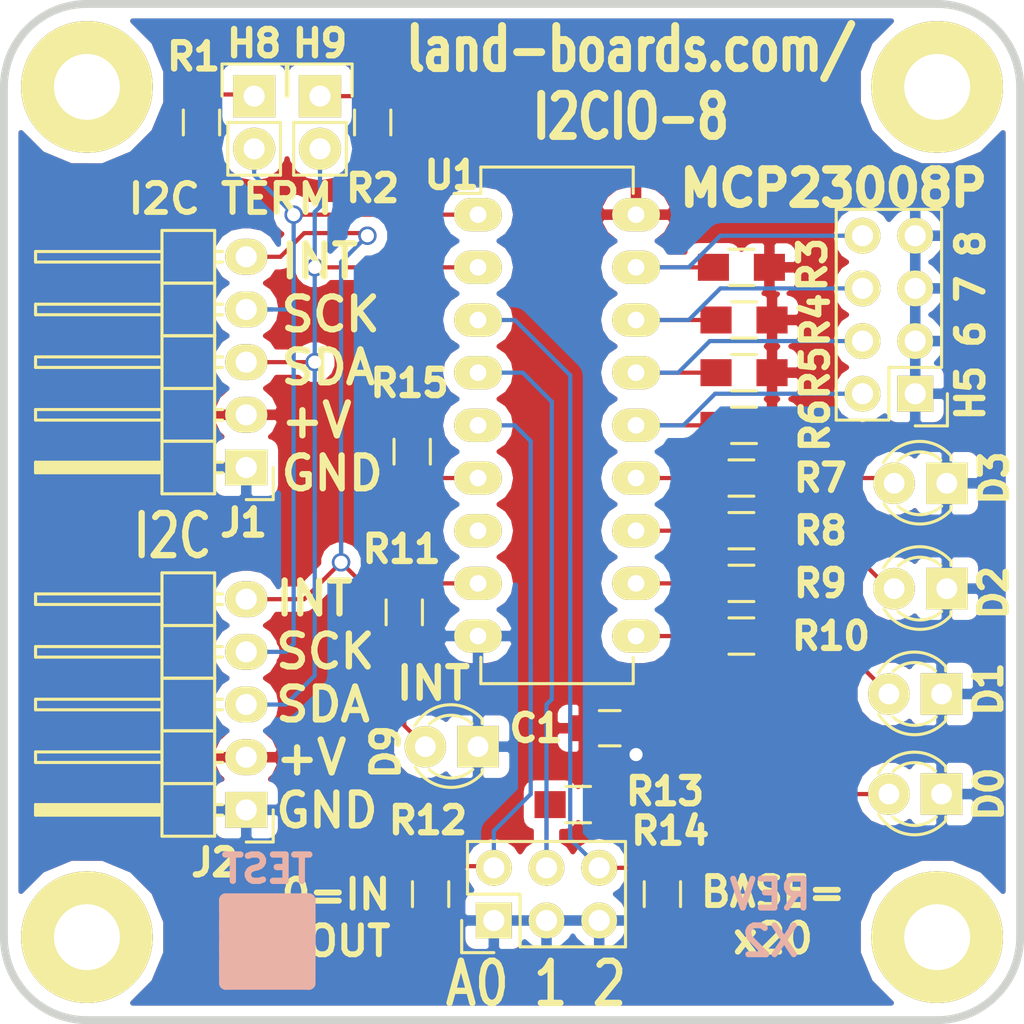
<source format=kicad_pcb>
(kicad_pcb (version 4) (host pcbnew "(after 2015-mar-04 BZR unknown)-product")

  (general
    (links 63)
    (no_connects 0)
    (area -2.293256 -0.190501 51.823257 50.6852)
    (thickness 1.6002)
    (drawings 20)
    (tracks 113)
    (zones 0)
    (modules 33)
    (nets 25)
  )

  (page A4)
  (title_block
    (date "6 jul 2012")
  )

  (layers
    (0 Front signal)
    (31 Back power)
    (36 B.SilkS user)
    (37 F.SilkS user)
    (38 B.Mask user)
    (39 F.Mask user)
    (40 Dwgs.User user)
    (41 Cmts.User user)
    (42 Eco1.User user)
    (43 Eco2.User user)
    (44 Edge.Cuts user)
  )

  (setup
    (last_trace_width 0.2032)
    (trace_clearance 0.254)
    (zone_clearance 0.508)
    (zone_45_only no)
    (trace_min 0.2032)
    (segment_width 0.381)
    (edge_width 0.381)
    (via_size 0.889)
    (via_drill 0.635)
    (via_min_size 0.889)
    (via_min_drill 0.508)
    (uvia_size 0.508)
    (uvia_drill 0.127)
    (uvias_allowed no)
    (uvia_min_size 0.508)
    (uvia_min_drill 0.127)
    (pcb_text_width 0.3048)
    (pcb_text_size 1.524 2.032)
    (mod_edge_width 0.381)
    (mod_text_size 1.27 1.27)
    (mod_text_width 0.3048)
    (pad_size 1.524 1.524)
    (pad_drill 0.8128)
    (pad_to_mask_clearance 0.254)
    (aux_axis_origin 0 0)
    (visible_elements 7FFFFF7F)
    (pcbplotparams
      (layerselection 0x010f0_80000001)
      (usegerberextensions true)
      (excludeedgelayer true)
      (linewidth 0.150000)
      (plotframeref false)
      (viasonmask false)
      (mode 1)
      (useauxorigin false)
      (hpglpennumber 1)
      (hpglpenspeed 20)
      (hpglpendiameter 15)
      (hpglpenoverlay 0)
      (psnegative false)
      (psa4output false)
      (plotreference true)
      (plotvalue true)
      (plotinvisibletext false)
      (padsonsilk false)
      (subtractmaskfromsilk false)
      (outputformat 1)
      (mirror false)
      (drillshape 0)
      (scaleselection 1)
      (outputdirectory plots/))
  )

  (net 0 "")
  (net 1 +5V)
  (net 2 /A0)
  (net 3 /A1)
  (net 4 /A2)
  (net 5 /RST)
  (net 6 /SCK)
  (net 7 /SDA)
  (net 8 GND)
  (net 9 "Net-(R7-Pad2)")
  (net 10 "Net-(R8-Pad2)")
  (net 11 "Net-(R9-Pad2)")
  (net 12 "Net-(R10-Pad2)")
  (net 13 "Net-(H4-Pad2)")
  (net 14 "Net-(H4-Pad4)")
  (net 15 "Net-(H4-Pad6)")
  (net 16 "Net-(H4-Pad8)")
  (net 17 "Net-(H8-Pad1)")
  (net 18 "Net-(H9-Pad1)")
  (net 19 "Net-(D0-Pad2)")
  (net 20 "Net-(D1-Pad2)")
  (net 21 "Net-(D2-Pad2)")
  (net 22 "Net-(D3-Pad2)")
  (net 23 "Net-(D9-Pad2)")
  (net 24 "Net-(J1-Pad5)")

  (net_class Default "This is the default net class."
    (clearance 0.254)
    (trace_width 0.2032)
    (via_dia 0.889)
    (via_drill 0.635)
    (uvia_dia 0.508)
    (uvia_drill 0.127)
    (add_net +5V)
    (add_net /A0)
    (add_net /A1)
    (add_net /A2)
    (add_net /RST)
    (add_net /SCK)
    (add_net /SDA)
    (add_net GND)
    (add_net "Net-(D0-Pad2)")
    (add_net "Net-(D1-Pad2)")
    (add_net "Net-(D2-Pad2)")
    (add_net "Net-(D3-Pad2)")
    (add_net "Net-(D9-Pad2)")
    (add_net "Net-(H4-Pad2)")
    (add_net "Net-(H4-Pad4)")
    (add_net "Net-(H4-Pad6)")
    (add_net "Net-(H4-Pad8)")
    (add_net "Net-(H8-Pad1)")
    (add_net "Net-(H9-Pad1)")
    (add_net "Net-(J1-Pad5)")
    (add_net "Net-(R10-Pad2)")
    (add_net "Net-(R7-Pad2)")
    (add_net "Net-(R8-Pad2)")
    (add_net "Net-(R9-Pad2)")
  )

  (module Housings_DIP:DIP-18_W7.62mm_LongPads (layer Front) (tedit 561BBC0B) (tstamp 561BAF3C)
    (at 22.86 10.16)
    (descr "18-lead dip package, row spacing 7.62 mm (300 mils), longer pads")
    (tags "dil dip 2.54 300")
    (path /4FECA226)
    (fp_text reference U1 (at -1.27 -1.905) (layer F.SilkS)
      (effects (font (size 1.27 1.27) (thickness 0.3048)))
    )
    (fp_text value MCP23008P (at 0 -3.72) (layer F.SilkS) hide
      (effects (font (size 1 1) (thickness 0.15)))
    )
    (fp_line (start -1.4 -2.45) (end -1.4 22.8) (layer F.CrtYd) (width 0.05))
    (fp_line (start 9 -2.45) (end 9 22.8) (layer F.CrtYd) (width 0.05))
    (fp_line (start -1.4 -2.45) (end 9 -2.45) (layer F.CrtYd) (width 0.05))
    (fp_line (start -1.4 22.8) (end 9 22.8) (layer F.CrtYd) (width 0.05))
    (fp_line (start 0.135 -2.295) (end 0.135 -1.025) (layer F.SilkS) (width 0.15))
    (fp_line (start 7.485 -2.295) (end 7.485 -1.025) (layer F.SilkS) (width 0.15))
    (fp_line (start 7.485 22.615) (end 7.485 21.345) (layer F.SilkS) (width 0.15))
    (fp_line (start 0.135 22.615) (end 0.135 21.345) (layer F.SilkS) (width 0.15))
    (fp_line (start 0.135 -2.295) (end 7.485 -2.295) (layer F.SilkS) (width 0.15))
    (fp_line (start 0.135 22.615) (end 7.485 22.615) (layer F.SilkS) (width 0.15))
    (fp_line (start 0.135 -1.025) (end -1.15 -1.025) (layer F.SilkS) (width 0.15))
    (pad 1 thru_hole oval (at 0 0) (size 2.3 1.6) (drill 0.8) (layers *.Cu *.Mask F.SilkS)
      (net 6 /SCK))
    (pad 2 thru_hole oval (at 0 2.54) (size 2.3 1.6) (drill 0.8) (layers *.Cu *.Mask F.SilkS)
      (net 7 /SDA))
    (pad 3 thru_hole oval (at 0 5.08) (size 2.3 1.6) (drill 0.8) (layers *.Cu *.Mask F.SilkS)
      (net 4 /A2))
    (pad 4 thru_hole oval (at 0 7.62) (size 2.3 1.6) (drill 0.8) (layers *.Cu *.Mask F.SilkS)
      (net 3 /A1))
    (pad 5 thru_hole oval (at 0 10.16) (size 2.3 1.6) (drill 0.8) (layers *.Cu *.Mask F.SilkS)
      (net 2 /A0))
    (pad 6 thru_hole oval (at 0 12.7) (size 2.3 1.6) (drill 0.8) (layers *.Cu *.Mask F.SilkS)
      (net 5 /RST))
    (pad 7 thru_hole oval (at 0 15.24) (size 2.3 1.6) (drill 0.8) (layers *.Cu *.Mask F.SilkS))
    (pad 8 thru_hole oval (at 0 17.78) (size 2.3 1.6) (drill 0.8) (layers *.Cu *.Mask F.SilkS)
      (net 24 "Net-(J1-Pad5)"))
    (pad 9 thru_hole oval (at 0 20.32) (size 2.3 1.6) (drill 0.8) (layers *.Cu *.Mask F.SilkS)
      (net 8 GND))
    (pad 10 thru_hole oval (at 7.62 20.32) (size 2.3 1.6) (drill 0.8) (layers *.Cu *.Mask F.SilkS)
      (net 12 "Net-(R10-Pad2)"))
    (pad 11 thru_hole oval (at 7.62 17.78) (size 2.3 1.6) (drill 0.8) (layers *.Cu *.Mask F.SilkS)
      (net 11 "Net-(R9-Pad2)"))
    (pad 12 thru_hole oval (at 7.62 15.24) (size 2.3 1.6) (drill 0.8) (layers *.Cu *.Mask F.SilkS)
      (net 10 "Net-(R8-Pad2)"))
    (pad 13 thru_hole oval (at 7.62 12.7) (size 2.3 1.6) (drill 0.8) (layers *.Cu *.Mask F.SilkS)
      (net 9 "Net-(R7-Pad2)"))
    (pad 14 thru_hole oval (at 7.62 10.16) (size 2.3 1.6) (drill 0.8) (layers *.Cu *.Mask F.SilkS)
      (net 13 "Net-(H4-Pad2)"))
    (pad 15 thru_hole oval (at 7.62 7.62) (size 2.3 1.6) (drill 0.8) (layers *.Cu *.Mask F.SilkS)
      (net 14 "Net-(H4-Pad4)"))
    (pad 16 thru_hole oval (at 7.62 5.08) (size 2.3 1.6) (drill 0.8) (layers *.Cu *.Mask F.SilkS)
      (net 15 "Net-(H4-Pad6)"))
    (pad 17 thru_hole oval (at 7.62 2.54) (size 2.3 1.6) (drill 0.8) (layers *.Cu *.Mask F.SilkS)
      (net 16 "Net-(H4-Pad8)"))
    (pad 18 thru_hole oval (at 7.62 0) (size 2.3 1.6) (drill 0.8) (layers *.Cu *.Mask F.SilkS)
      (net 1 +5V))
    (model Housings_DIP.3dshapes/DIP-18_W7.62mm_LongPads.wrl
      (at (xyz 0 0 0))
      (scale (xyz 1 1 1))
      (rotate (xyz 0 0 0))
    )
  )

  (module Resistors_SMD:R_0805_HandSoldering (layer Front) (tedit 563F6406) (tstamp 561BAE99)
    (at 20.574 42.926 90)
    (descr "Resistor SMD 0805, hand soldering")
    (tags "resistor 0805")
    (path /4FECA2A4)
    (attr smd)
    (fp_text reference R12 (at 3.556 -0.127 360) (layer F.SilkS)
      (effects (font (size 1.27 1.27) (thickness 0.3048)))
    )
    (fp_text value 10K (at 0 2.1 90) (layer F.SilkS) hide
      (effects (font (size 1 1) (thickness 0.15)))
    )
    (fp_line (start -2.4 -1) (end 2.4 -1) (layer F.CrtYd) (width 0.05))
    (fp_line (start -2.4 1) (end 2.4 1) (layer F.CrtYd) (width 0.05))
    (fp_line (start -2.4 -1) (end -2.4 1) (layer F.CrtYd) (width 0.05))
    (fp_line (start 2.4 -1) (end 2.4 1) (layer F.CrtYd) (width 0.05))
    (fp_line (start 0.6 0.875) (end -0.6 0.875) (layer F.SilkS) (width 0.15))
    (fp_line (start -0.6 -0.875) (end 0.6 -0.875) (layer F.SilkS) (width 0.15))
    (pad 1 smd rect (at -1.35 0 90) (size 1.5 1.3) (layers Front F.Mask)
      (net 1 +5V))
    (pad 2 smd rect (at 1.35 0 90) (size 1.5 1.3) (layers Front F.Mask)
      (net 2 /A0))
    (model Resistors_SMD.3dshapes/R_0805_HandSoldering.wrl
      (at (xyz 0 0 0))
      (scale (xyz 1 1 1))
      (rotate (xyz 0 0 0))
    )
  )

  (module Resistors_SMD:R_0805_HandSoldering (layer Front) (tedit 563F63F2) (tstamp 561BAEA4)
    (at 27.686 38.608 180)
    (descr "Resistor SMD 0805, hand soldering")
    (tags "resistor 0805")
    (path /4FECA2AC)
    (attr smd)
    (fp_text reference R13 (at -4.191 0.635 360) (layer F.SilkS)
      (effects (font (size 1.27 1.27) (thickness 0.3048)))
    )
    (fp_text value 10K (at 0 2.1 180) (layer F.SilkS) hide
      (effects (font (size 1 1) (thickness 0.15)))
    )
    (fp_line (start -2.4 -1) (end 2.4 -1) (layer F.CrtYd) (width 0.05))
    (fp_line (start -2.4 1) (end 2.4 1) (layer F.CrtYd) (width 0.05))
    (fp_line (start -2.4 -1) (end -2.4 1) (layer F.CrtYd) (width 0.05))
    (fp_line (start 2.4 -1) (end 2.4 1) (layer F.CrtYd) (width 0.05))
    (fp_line (start 0.6 0.875) (end -0.6 0.875) (layer F.SilkS) (width 0.15))
    (fp_line (start -0.6 -0.875) (end 0.6 -0.875) (layer F.SilkS) (width 0.15))
    (pad 1 smd rect (at -1.35 0 180) (size 1.5 1.3) (layers Front F.Mask)
      (net 1 +5V))
    (pad 2 smd rect (at 1.35 0 180) (size 1.5 1.3) (layers Front F.Mask)
      (net 3 /A1))
    (model Resistors_SMD.3dshapes/R_0805_HandSoldering.wrl
      (at (xyz 0 0 0))
      (scale (xyz 1 1 1))
      (rotate (xyz 0 0 0))
    )
  )

  (module Resistors_SMD:R_0805_HandSoldering (layer Front) (tedit 563F63E7) (tstamp 561BAEAF)
    (at 31.75 42.926 90)
    (descr "Resistor SMD 0805, hand soldering")
    (tags "resistor 0805")
    (path /4FECA2B1)
    (attr smd)
    (fp_text reference R14 (at 3.048 0.381 360) (layer F.SilkS)
      (effects (font (size 1.27 1.27) (thickness 0.3048)))
    )
    (fp_text value 10K (at 0 2.1 90) (layer Eco1.User) hide
      (effects (font (size 1 1) (thickness 0.15)))
    )
    (fp_line (start -2.4 -1) (end 2.4 -1) (layer F.CrtYd) (width 0.05))
    (fp_line (start -2.4 1) (end 2.4 1) (layer F.CrtYd) (width 0.05))
    (fp_line (start -2.4 -1) (end -2.4 1) (layer F.CrtYd) (width 0.05))
    (fp_line (start 2.4 -1) (end 2.4 1) (layer F.CrtYd) (width 0.05))
    (fp_line (start 0.6 0.875) (end -0.6 0.875) (layer F.SilkS) (width 0.15))
    (fp_line (start -0.6 -0.875) (end 0.6 -0.875) (layer F.SilkS) (width 0.15))
    (pad 1 smd rect (at -1.35 0 90) (size 1.5 1.3) (layers Front F.Mask)
      (net 1 +5V))
    (pad 2 smd rect (at 1.35 0 90) (size 1.5 1.3) (layers Front F.Mask)
      (net 4 /A2))
    (model Resistors_SMD.3dshapes/R_0805_HandSoldering.wrl
      (at (xyz 0 0 0))
      (scale (xyz 1 1 1))
      (rotate (xyz 0 0 0))
    )
  )

  (module Resistors_SMD:R_0805_HandSoldering (layer Front) (tedit 563F5C0A) (tstamp 561BAEBA)
    (at 9.525 5.715 90)
    (descr "Resistor SMD 0805, hand soldering")
    (tags "resistor 0805")
    (path /4FECA501)
    (attr smd)
    (fp_text reference R1 (at 3.175 -0.381 180) (layer F.SilkS)
      (effects (font (size 1.27 1.27) (thickness 0.3048)))
    )
    (fp_text value 10K (at 0 2.1 90) (layer Eco1.User) hide
      (effects (font (size 1 1) (thickness 0.15)))
    )
    (fp_line (start -2.4 -1) (end 2.4 -1) (layer F.CrtYd) (width 0.05))
    (fp_line (start -2.4 1) (end 2.4 1) (layer F.CrtYd) (width 0.05))
    (fp_line (start -2.4 -1) (end -2.4 1) (layer F.CrtYd) (width 0.05))
    (fp_line (start 2.4 -1) (end 2.4 1) (layer F.CrtYd) (width 0.05))
    (fp_line (start 0.6 0.875) (end -0.6 0.875) (layer F.SilkS) (width 0.15))
    (fp_line (start -0.6 -0.875) (end 0.6 -0.875) (layer F.SilkS) (width 0.15))
    (pad 1 smd rect (at -1.35 0 90) (size 1.5 1.3) (layers Front F.Mask)
      (net 1 +5V))
    (pad 2 smd rect (at 1.35 0 90) (size 1.5 1.3) (layers Front F.Mask)
      (net 17 "Net-(H8-Pad1)"))
    (model Resistors_SMD.3dshapes/R_0805_HandSoldering.wrl
      (at (xyz 0 0 0))
      (scale (xyz 1 1 1))
      (rotate (xyz 0 0 0))
    )
  )

  (module Resistors_SMD:R_0805_HandSoldering (layer Front) (tedit 561BE373) (tstamp 561BAEC5)
    (at 17.78 5.715 90)
    (descr "Resistor SMD 0805, hand soldering")
    (tags "resistor 0805")
    (path /4FECA4FB)
    (attr smd)
    (fp_text reference R2 (at -3.175 0 180) (layer F.SilkS)
      (effects (font (size 1.27 1.27) (thickness 0.3048)))
    )
    (fp_text value 10K (at 0 2.1 90) (layer Eco1.User) hide
      (effects (font (size 1 1) (thickness 0.15)))
    )
    (fp_line (start -2.4 -1) (end 2.4 -1) (layer F.CrtYd) (width 0.05))
    (fp_line (start -2.4 1) (end 2.4 1) (layer F.CrtYd) (width 0.05))
    (fp_line (start -2.4 -1) (end -2.4 1) (layer F.CrtYd) (width 0.05))
    (fp_line (start 2.4 -1) (end 2.4 1) (layer F.CrtYd) (width 0.05))
    (fp_line (start 0.6 0.875) (end -0.6 0.875) (layer F.SilkS) (width 0.15))
    (fp_line (start -0.6 -0.875) (end 0.6 -0.875) (layer F.SilkS) (width 0.15))
    (pad 1 smd rect (at -1.35 0 90) (size 1.5 1.3) (layers Front F.Mask)
      (net 1 +5V))
    (pad 2 smd rect (at 1.35 0 90) (size 1.5 1.3) (layers Front F.Mask)
      (net 18 "Net-(H9-Pad1)"))
    (model Resistors_SMD.3dshapes/R_0805_HandSoldering.wrl
      (at (xyz 0 0 0))
      (scale (xyz 1 1 1))
      (rotate (xyz 0 0 0))
    )
  )

  (module Resistors_SMD:R_0805_HandSoldering (layer Front) (tedit 563F64EB) (tstamp 561BAEDB)
    (at 19.304 29.337 90)
    (descr "Resistor SMD 0805, hand soldering")
    (tags "resistor 0805")
    (path /561BE81E)
    (attr smd)
    (fp_text reference R11 (at 3.048 -0.127 180) (layer F.SilkS)
      (effects (font (size 1.27 1.27) (thickness 0.3048)))
    )
    (fp_text value 330 (at 0 2.1 90) (layer Eco1.User) hide
      (effects (font (size 1 1) (thickness 0.15)))
    )
    (fp_line (start -2.4 -1) (end 2.4 -1) (layer F.CrtYd) (width 0.05))
    (fp_line (start -2.4 1) (end 2.4 1) (layer F.CrtYd) (width 0.05))
    (fp_line (start -2.4 -1) (end -2.4 1) (layer F.CrtYd) (width 0.05))
    (fp_line (start 2.4 -1) (end 2.4 1) (layer F.CrtYd) (width 0.05))
    (fp_line (start 0.6 0.875) (end -0.6 0.875) (layer F.SilkS) (width 0.15))
    (fp_line (start -0.6 -0.875) (end 0.6 -0.875) (layer F.SilkS) (width 0.15))
    (pad 1 smd rect (at -1.35 0 90) (size 1.5 1.3) (layers Front F.Mask)
      (net 23 "Net-(D9-Pad2)"))
    (pad 2 smd rect (at 1.35 0 90) (size 1.5 1.3) (layers Front F.Mask)
      (net 24 "Net-(J1-Pad5)"))
    (model Resistors_SMD.3dshapes/R_0805_HandSoldering.wrl
      (at (xyz 0 0 0))
      (scale (xyz 1 1 1))
      (rotate (xyz 0 0 0))
    )
  )

  (module Resistors_SMD:R_0805_HandSoldering (layer Front) (tedit 563F6BB6) (tstamp 561BAEE7)
    (at 35.56 12.7)
    (descr "Resistor SMD 0805, hand soldering")
    (tags "resistor 0805")
    (path /561BB3BC)
    (attr smd)
    (fp_text reference R3 (at 3.429 -0.127 90) (layer F.SilkS)
      (effects (font (size 1.27 1.27) (thickness 0.3048)))
    )
    (fp_text value 330 (at 0 2.1) (layer Eco1.User) hide
      (effects (font (size 1 1) (thickness 0.15)))
    )
    (fp_line (start -2.4 -1) (end 2.4 -1) (layer F.CrtYd) (width 0.05))
    (fp_line (start -2.4 1) (end 2.4 1) (layer F.CrtYd) (width 0.05))
    (fp_line (start -2.4 -1) (end -2.4 1) (layer F.CrtYd) (width 0.05))
    (fp_line (start 2.4 -1) (end 2.4 1) (layer F.CrtYd) (width 0.05))
    (fp_line (start 0.6 0.875) (end -0.6 0.875) (layer F.SilkS) (width 0.15))
    (fp_line (start -0.6 -0.875) (end 0.6 -0.875) (layer F.SilkS) (width 0.15))
    (pad 1 smd rect (at -1.35 0) (size 1.5 1.3) (layers Front F.Mask)
      (net 16 "Net-(H4-Pad8)"))
    (pad 2 smd rect (at 1.35 0) (size 1.5 1.3) (layers Front F.Mask)
      (net 1 +5V))
    (model Resistors_SMD.3dshapes/R_0805_HandSoldering.wrl
      (at (xyz 0 0 0))
      (scale (xyz 1 1 1))
      (rotate (xyz 0 0 0))
    )
  )

  (module Resistors_SMD:R_0805_HandSoldering (layer Front) (tedit 563F6BB2) (tstamp 561BAEF3)
    (at 35.687 15.24)
    (descr "Resistor SMD 0805, hand soldering")
    (tags "resistor 0805")
    (path /561BB8B6)
    (attr smd)
    (fp_text reference R4 (at 3.429 0 90) (layer F.SilkS)
      (effects (font (size 1.27 1.27) (thickness 0.3048)))
    )
    (fp_text value 330 (at 0 2.1) (layer Eco1.User) hide
      (effects (font (size 1 1) (thickness 0.15)))
    )
    (fp_line (start -2.4 -1) (end 2.4 -1) (layer F.CrtYd) (width 0.05))
    (fp_line (start -2.4 1) (end 2.4 1) (layer F.CrtYd) (width 0.05))
    (fp_line (start -2.4 -1) (end -2.4 1) (layer F.CrtYd) (width 0.05))
    (fp_line (start 2.4 -1) (end 2.4 1) (layer F.CrtYd) (width 0.05))
    (fp_line (start 0.6 0.875) (end -0.6 0.875) (layer F.SilkS) (width 0.15))
    (fp_line (start -0.6 -0.875) (end 0.6 -0.875) (layer F.SilkS) (width 0.15))
    (pad 1 smd rect (at -1.35 0) (size 1.5 1.3) (layers Front F.Mask)
      (net 15 "Net-(H4-Pad6)"))
    (pad 2 smd rect (at 1.35 0) (size 1.5 1.3) (layers Front F.Mask)
      (net 1 +5V))
    (model Resistors_SMD.3dshapes/R_0805_HandSoldering.wrl
      (at (xyz 0 0 0))
      (scale (xyz 1 1 1))
      (rotate (xyz 0 0 0))
    )
  )

  (module Resistors_SMD:R_0805_HandSoldering (layer Front) (tedit 563F6BAD) (tstamp 561BAEFF)
    (at 35.687 17.78)
    (descr "Resistor SMD 0805, hand soldering")
    (tags "resistor 0805")
    (path /561BB9D6)
    (attr smd)
    (fp_text reference R5 (at 3.429 0 90) (layer F.SilkS)
      (effects (font (size 1.27 1.27) (thickness 0.3048)))
    )
    (fp_text value 330 (at 0 2.1) (layer Eco1.User) hide
      (effects (font (size 1 1) (thickness 0.15)))
    )
    (fp_line (start -2.4 -1) (end 2.4 -1) (layer F.CrtYd) (width 0.05))
    (fp_line (start -2.4 1) (end 2.4 1) (layer F.CrtYd) (width 0.05))
    (fp_line (start -2.4 -1) (end -2.4 1) (layer F.CrtYd) (width 0.05))
    (fp_line (start 2.4 -1) (end 2.4 1) (layer F.CrtYd) (width 0.05))
    (fp_line (start 0.6 0.875) (end -0.6 0.875) (layer F.SilkS) (width 0.15))
    (fp_line (start -0.6 -0.875) (end 0.6 -0.875) (layer F.SilkS) (width 0.15))
    (pad 1 smd rect (at -1.35 0) (size 1.5 1.3) (layers Front F.Mask)
      (net 14 "Net-(H4-Pad4)"))
    (pad 2 smd rect (at 1.35 0) (size 1.5 1.3) (layers Front F.Mask)
      (net 1 +5V))
    (model Resistors_SMD.3dshapes/R_0805_HandSoldering.wrl
      (at (xyz 0 0 0))
      (scale (xyz 1 1 1))
      (rotate (xyz 0 0 0))
    )
  )

  (module Resistors_SMD:R_0805_HandSoldering (layer Front) (tedit 563F6BBC) (tstamp 561BAF0B)
    (at 35.687 20.32)
    (descr "Resistor SMD 0805, hand soldering")
    (tags "resistor 0805")
    (path /561BB9E2)
    (attr smd)
    (fp_text reference R6 (at 3.429 0 90) (layer F.SilkS)
      (effects (font (size 1.27 1.27) (thickness 0.3048)))
    )
    (fp_text value 330 (at 0 2.1) (layer Eco1.User) hide
      (effects (font (size 1 1) (thickness 0.15)))
    )
    (fp_line (start -2.4 -1) (end 2.4 -1) (layer F.CrtYd) (width 0.05))
    (fp_line (start -2.4 1) (end 2.4 1) (layer F.CrtYd) (width 0.05))
    (fp_line (start -2.4 -1) (end -2.4 1) (layer F.CrtYd) (width 0.05))
    (fp_line (start 2.4 -1) (end 2.4 1) (layer F.CrtYd) (width 0.05))
    (fp_line (start 0.6 0.875) (end -0.6 0.875) (layer F.SilkS) (width 0.15))
    (fp_line (start -0.6 -0.875) (end 0.6 -0.875) (layer F.SilkS) (width 0.15))
    (pad 1 smd rect (at -1.35 0) (size 1.5 1.3) (layers Front F.Mask)
      (net 13 "Net-(H4-Pad2)"))
    (pad 2 smd rect (at 1.35 0) (size 1.5 1.3) (layers Front F.Mask)
      (net 1 +5V))
    (model Resistors_SMD.3dshapes/R_0805_HandSoldering.wrl
      (at (xyz 0 0 0))
      (scale (xyz 1 1 1))
      (rotate (xyz 0 0 0))
    )
  )

  (module Resistors_SMD:R_0805_HandSoldering (layer Front) (tedit 561BE3D9) (tstamp 561BAF17)
    (at 35.56 22.86 180)
    (descr "Resistor SMD 0805, hand soldering")
    (tags "resistor 0805")
    (path /561BBEC0)
    (attr smd)
    (fp_text reference R7 (at -3.81 0 180) (layer F.SilkS)
      (effects (font (size 1.27 1.27) (thickness 0.3048)))
    )
    (fp_text value 330 (at 0 2.1 180) (layer Eco1.User) hide
      (effects (font (size 1 1) (thickness 0.15)))
    )
    (fp_line (start -2.4 -1) (end 2.4 -1) (layer F.CrtYd) (width 0.05))
    (fp_line (start -2.4 1) (end 2.4 1) (layer F.CrtYd) (width 0.05))
    (fp_line (start -2.4 -1) (end -2.4 1) (layer F.CrtYd) (width 0.05))
    (fp_line (start 2.4 -1) (end 2.4 1) (layer F.CrtYd) (width 0.05))
    (fp_line (start 0.6 0.875) (end -0.6 0.875) (layer F.SilkS) (width 0.15))
    (fp_line (start -0.6 -0.875) (end 0.6 -0.875) (layer F.SilkS) (width 0.15))
    (pad 1 smd rect (at -1.35 0 180) (size 1.5 1.3) (layers Front F.Mask)
      (net 22 "Net-(D3-Pad2)"))
    (pad 2 smd rect (at 1.35 0 180) (size 1.5 1.3) (layers Front F.Mask)
      (net 9 "Net-(R7-Pad2)"))
    (model Resistors_SMD.3dshapes/R_0805_HandSoldering.wrl
      (at (xyz 0 0 0))
      (scale (xyz 1 1 1))
      (rotate (xyz 0 0 0))
    )
  )

  (module Resistors_SMD:R_0805_HandSoldering (layer Front) (tedit 561BE3E3) (tstamp 561BAF23)
    (at 35.56 25.4 180)
    (descr "Resistor SMD 0805, hand soldering")
    (tags "resistor 0805")
    (path /561BBECC)
    (attr smd)
    (fp_text reference R8 (at -3.81 0 180) (layer F.SilkS)
      (effects (font (size 1.27 1.27) (thickness 0.3048)))
    )
    (fp_text value 330 (at 0 2.1 180) (layer Eco1.User) hide
      (effects (font (size 1 1) (thickness 0.15)))
    )
    (fp_line (start -2.4 -1) (end 2.4 -1) (layer F.CrtYd) (width 0.05))
    (fp_line (start -2.4 1) (end 2.4 1) (layer F.CrtYd) (width 0.05))
    (fp_line (start -2.4 -1) (end -2.4 1) (layer F.CrtYd) (width 0.05))
    (fp_line (start 2.4 -1) (end 2.4 1) (layer F.CrtYd) (width 0.05))
    (fp_line (start 0.6 0.875) (end -0.6 0.875) (layer F.SilkS) (width 0.15))
    (fp_line (start -0.6 -0.875) (end 0.6 -0.875) (layer F.SilkS) (width 0.15))
    (pad 1 smd rect (at -1.35 0 180) (size 1.5 1.3) (layers Front F.Mask)
      (net 21 "Net-(D2-Pad2)"))
    (pad 2 smd rect (at 1.35 0 180) (size 1.5 1.3) (layers Front F.Mask)
      (net 10 "Net-(R8-Pad2)"))
    (model Resistors_SMD.3dshapes/R_0805_HandSoldering.wrl
      (at (xyz 0 0 0))
      (scale (xyz 1 1 1))
      (rotate (xyz 0 0 0))
    )
  )

  (module Resistors_SMD:R_0805_HandSoldering (layer Front) (tedit 561BE3EB) (tstamp 561BAF2F)
    (at 35.56 27.94 180)
    (descr "Resistor SMD 0805, hand soldering")
    (tags "resistor 0805")
    (path /561BBED8)
    (attr smd)
    (fp_text reference R9 (at -3.81 0 180) (layer F.SilkS)
      (effects (font (size 1.27 1.27) (thickness 0.3048)))
    )
    (fp_text value 330 (at 0 2.1 180) (layer F.SilkS) hide
      (effects (font (size 1 1) (thickness 0.15)))
    )
    (fp_line (start -2.4 -1) (end 2.4 -1) (layer F.CrtYd) (width 0.05))
    (fp_line (start -2.4 1) (end 2.4 1) (layer F.CrtYd) (width 0.05))
    (fp_line (start -2.4 -1) (end -2.4 1) (layer F.CrtYd) (width 0.05))
    (fp_line (start 2.4 -1) (end 2.4 1) (layer F.CrtYd) (width 0.05))
    (fp_line (start 0.6 0.875) (end -0.6 0.875) (layer F.SilkS) (width 0.15))
    (fp_line (start -0.6 -0.875) (end 0.6 -0.875) (layer F.SilkS) (width 0.15))
    (pad 1 smd rect (at -1.35 0 180) (size 1.5 1.3) (layers Front F.Mask)
      (net 20 "Net-(D1-Pad2)"))
    (pad 2 smd rect (at 1.35 0 180) (size 1.5 1.3) (layers Front F.Mask)
      (net 11 "Net-(R9-Pad2)"))
    (model Resistors_SMD.3dshapes/R_0805_HandSoldering.wrl
      (at (xyz 0 0 0))
      (scale (xyz 1 1 1))
      (rotate (xyz 0 0 0))
    )
  )

  (module Resistors_SMD:R_0805_HandSoldering (layer Front) (tedit 563F5478) (tstamp 561BAF3B)
    (at 35.56 30.48 180)
    (descr "Resistor SMD 0805, hand soldering")
    (tags "resistor 0805")
    (path /561BBEE4)
    (attr smd)
    (fp_text reference R10 (at -4.318 0 180) (layer F.SilkS)
      (effects (font (size 1.27 1.27) (thickness 0.3048)))
    )
    (fp_text value 330 (at 0 2.1 180) (layer Eco1.User) hide
      (effects (font (size 1 1) (thickness 0.15)))
    )
    (fp_line (start -2.4 -1) (end 2.4 -1) (layer F.CrtYd) (width 0.05))
    (fp_line (start -2.4 1) (end 2.4 1) (layer F.CrtYd) (width 0.05))
    (fp_line (start -2.4 -1) (end -2.4 1) (layer F.CrtYd) (width 0.05))
    (fp_line (start 2.4 -1) (end 2.4 1) (layer F.CrtYd) (width 0.05))
    (fp_line (start 0.6 0.875) (end -0.6 0.875) (layer F.SilkS) (width 0.15))
    (fp_line (start -0.6 -0.875) (end 0.6 -0.875) (layer F.SilkS) (width 0.15))
    (pad 1 smd rect (at -1.35 0 180) (size 1.5 1.3) (layers Front F.Mask)
      (net 19 "Net-(D0-Pad2)"))
    (pad 2 smd rect (at 1.35 0 180) (size 1.5 1.3) (layers Front F.Mask)
      (net 12 "Net-(R10-Pad2)"))
    (model Resistors_SMD.3dshapes/R_0805_HandSoldering.wrl
      (at (xyz 0 0 0))
      (scale (xyz 1 1 1))
      (rotate (xyz 0 0 0))
    )
  )

  (module dougsLib:MTG-4-40 (layer Front) (tedit 561BB33E) (tstamp 561BC0D6)
    (at 4 45)
    (path /561CA6B9)
    (fp_text reference MTG5 (at 0.445 -0.55) (layer F.SilkS) hide
      (effects (font (size 1.27 1.27) (thickness 0.3048)))
    )
    (fp_text value MTG_HOLE (at -0.19 0.085) (layer F.SilkS) hide
      (effects (font (thickness 0.3048)))
    )
    (pad 1 thru_hole circle (at 0 0) (size 6.35 6.35) (drill 3.175) (layers *.Cu *.Mask F.SilkS)
      (clearance 0.508))
  )

  (module dougsLib:MTG-4-40 (layer Front) (tedit 561BB34C) (tstamp 561BC0DB)
    (at 4 4)
    (path /561CA64B)
    (fp_text reference MTG6 (at -0.19 -0.19) (layer F.SilkS) hide
      (effects (font (size 1.27 1.27) (thickness 0.3048)))
    )
    (fp_text value MTG_HOLE (at -0.19 -0.19) (layer F.SilkS) hide
      (effects (font (thickness 0.3048)))
    )
    (pad 1 thru_hole circle (at 0 0) (size 6.35 6.35) (drill 3.175) (layers *.Cu *.Mask F.SilkS)
      (clearance 0.508))
  )

  (module dougsLib:MTG-4-40 (layer Front) (tedit 561BB342) (tstamp 561BC0E0)
    (at 45 45)
    (path /561CA71B)
    (fp_text reference MTG7 (at 0.72 0.085) (layer F.SilkS) hide
      (effects (font (size 1.27 1.27) (thickness 0.3048)))
    )
    (fp_text value MTG_HOLE (at 0.72 0.085) (layer F.SilkS) hide
      (effects (font (thickness 0.3048)))
    )
    (pad 1 thru_hole circle (at 0 0) (size 6.35 6.35) (drill 3.175) (layers *.Cu *.Mask F.SilkS)
      (clearance 0.508))
  )

  (module dougsLib:MTG-4-40 (layer Front) (tedit 561BB347) (tstamp 561BC0E5)
    (at 45 4)
    (path /561CA586)
    (fp_text reference MTG?1 (at 0.085 -0.19) (layer F.SilkS) hide
      (effects (font (size 1.27 1.27) (thickness 0.3048)))
    )
    (fp_text value MTG_HOLE (at -0.55 -0.19) (layer F.SilkS) hide
      (effects (font (thickness 0.3048)))
    )
    (pad 1 thru_hole circle (at 0 0) (size 6.35 6.35) (drill 3.175) (layers *.Cu *.Mask F.SilkS)
      (clearance 0.508))
  )

  (module Resistors_SMD:R_0805_HandSoldering (layer Front) (tedit 563F6B2B) (tstamp 561BC0E6)
    (at 19.685 21.59 270)
    (descr "Resistor SMD 0805, hand soldering")
    (tags "resistor 0805")
    (path /4FECA3D8)
    (attr smd)
    (fp_text reference R15 (at -3.302 0.127 360) (layer F.SilkS)
      (effects (font (size 1.27 1.27) (thickness 0.3048)))
    )
    (fp_text value 10K (at 0 2.1 270) (layer Eco1.User) hide
      (effects (font (size 1 1) (thickness 0.15)))
    )
    (fp_line (start -2.4 -1) (end 2.4 -1) (layer F.CrtYd) (width 0.05))
    (fp_line (start -2.4 1) (end 2.4 1) (layer F.CrtYd) (width 0.05))
    (fp_line (start -2.4 -1) (end -2.4 1) (layer F.CrtYd) (width 0.05))
    (fp_line (start 2.4 -1) (end 2.4 1) (layer F.CrtYd) (width 0.05))
    (fp_line (start 0.6 0.875) (end -0.6 0.875) (layer F.SilkS) (width 0.15))
    (fp_line (start -0.6 -0.875) (end 0.6 -0.875) (layer F.SilkS) (width 0.15))
    (pad 1 smd rect (at -1.35 0 270) (size 1.5 1.3) (layers Front F.Mask)
      (net 1 +5V))
    (pad 2 smd rect (at 1.35 0 270) (size 1.5 1.3) (layers Front F.Mask)
      (net 5 /RST))
    (model Resistors_SMD.3dshapes/R_0805_HandSoldering.wrl
      (at (xyz 0 0 0))
      (scale (xyz 1 1 1))
      (rotate (xyz 0 0 0))
    )
  )

  (module Capacitors_SMD:C_0805_HandSoldering (layer Front) (tedit 563F63F8) (tstamp 561BCCBC)
    (at 29.21 34.925)
    (descr "Capacitor SMD 0805, hand soldering")
    (tags "capacitor 0805")
    (path /4FECD7AF)
    (attr smd)
    (fp_text reference C1 (at -3.556 0) (layer F.SilkS)
      (effects (font (size 1.27 1.27) (thickness 0.3048)))
    )
    (fp_text value 0.1uF (at 0 2.1) (layer Eco1.User) hide
      (effects (font (size 1 1) (thickness 0.15)))
    )
    (fp_line (start -2.3 -1) (end 2.3 -1) (layer F.CrtYd) (width 0.05))
    (fp_line (start -2.3 1) (end 2.3 1) (layer F.CrtYd) (width 0.05))
    (fp_line (start -2.3 -1) (end -2.3 1) (layer F.CrtYd) (width 0.05))
    (fp_line (start 2.3 -1) (end 2.3 1) (layer F.CrtYd) (width 0.05))
    (fp_line (start 0.5 -0.85) (end -0.5 -0.85) (layer F.SilkS) (width 0.15))
    (fp_line (start -0.5 0.85) (end 0.5 0.85) (layer F.SilkS) (width 0.15))
    (pad 1 smd rect (at -1.25 0) (size 1.5 1.25) (layers Front F.Mask)
      (net 1 +5V))
    (pad 2 smd rect (at 1.25 0) (size 1.5 1.25) (layers Front F.Mask)
      (net 8 GND))
    (model Capacitors_SMD.3dshapes/C_0805_HandSoldering.wrl
      (at (xyz 0 0 0))
      (scale (xyz 1 1 1))
      (rotate (xyz 0 0 0))
    )
  )

  (module Pin_Headers:Pin_Header_Straight_1x02 (layer Front) (tedit 561C0224) (tstamp 561BE067)
    (at 12.065 4.445)
    (descr "Through hole pin header")
    (tags "pin header")
    (path /561D30F4)
    (fp_text reference H8 (at 0 -2.54) (layer F.SilkS)
      (effects (font (size 1.27 1.27) (thickness 0.3048)))
    )
    (fp_text value CONN_2 (at 0 -3.1) (layer Eco1.User) hide
      (effects (font (size 1 1) (thickness 0.15)))
    )
    (fp_line (start 1.27 1.27) (end 1.27 3.81) (layer F.SilkS) (width 0.15))
    (fp_line (start 1.55 -1.55) (end 1.55 0) (layer F.SilkS) (width 0.15))
    (fp_line (start -1.75 -1.75) (end -1.75 4.3) (layer F.CrtYd) (width 0.05))
    (fp_line (start 1.75 -1.75) (end 1.75 4.3) (layer F.CrtYd) (width 0.05))
    (fp_line (start -1.75 -1.75) (end 1.75 -1.75) (layer F.CrtYd) (width 0.05))
    (fp_line (start -1.75 4.3) (end 1.75 4.3) (layer F.CrtYd) (width 0.05))
    (fp_line (start 1.27 1.27) (end -1.27 1.27) (layer F.SilkS) (width 0.15))
    (fp_line (start -1.55 0) (end -1.55 -1.55) (layer F.SilkS) (width 0.15))
    (fp_line (start -1.55 -1.55) (end 1.55 -1.55) (layer F.SilkS) (width 0.15))
    (fp_line (start -1.27 1.27) (end -1.27 3.81) (layer F.SilkS) (width 0.15))
    (fp_line (start -1.27 3.81) (end 1.27 3.81) (layer F.SilkS) (width 0.15))
    (pad 1 thru_hole rect (at 0 0) (size 2.032 2.032) (drill 1.016) (layers *.Cu *.Mask F.SilkS)
      (net 17 "Net-(H8-Pad1)"))
    (pad 2 thru_hole oval (at 0 2.54) (size 2.032 2.032) (drill 1.016) (layers *.Cu *.Mask F.SilkS)
      (net 6 /SCK))
    (model Pin_Headers.3dshapes/Pin_Header_Straight_1x02.wrl
      (at (xyz 0 -0.05 0))
      (scale (xyz 1 1 1))
      (rotate (xyz 0 0 90))
    )
  )

  (module Pin_Headers:Pin_Header_Straight_1x02 (layer Front) (tedit 561C0231) (tstamp 561BE078)
    (at 15.24 4.445)
    (descr "Through hole pin header")
    (tags "pin header")
    (path /561D3076)
    (fp_text reference H9 (at 0 -2.54) (layer F.SilkS)
      (effects (font (size 1.27 1.27) (thickness 0.3048)))
    )
    (fp_text value CONN_2 (at 0 -3.1) (layer Eco1.User) hide
      (effects (font (size 1 1) (thickness 0.15)))
    )
    (fp_line (start 1.27 1.27) (end 1.27 3.81) (layer F.SilkS) (width 0.15))
    (fp_line (start 1.55 -1.55) (end 1.55 0) (layer F.SilkS) (width 0.15))
    (fp_line (start -1.75 -1.75) (end -1.75 4.3) (layer F.CrtYd) (width 0.05))
    (fp_line (start 1.75 -1.75) (end 1.75 4.3) (layer F.CrtYd) (width 0.05))
    (fp_line (start -1.75 -1.75) (end 1.75 -1.75) (layer F.CrtYd) (width 0.05))
    (fp_line (start -1.75 4.3) (end 1.75 4.3) (layer F.CrtYd) (width 0.05))
    (fp_line (start 1.27 1.27) (end -1.27 1.27) (layer F.SilkS) (width 0.15))
    (fp_line (start -1.55 0) (end -1.55 -1.55) (layer F.SilkS) (width 0.15))
    (fp_line (start -1.55 -1.55) (end 1.55 -1.55) (layer F.SilkS) (width 0.15))
    (fp_line (start -1.27 1.27) (end -1.27 3.81) (layer F.SilkS) (width 0.15))
    (fp_line (start -1.27 3.81) (end 1.27 3.81) (layer F.SilkS) (width 0.15))
    (pad 1 thru_hole rect (at 0 0) (size 2.032 2.032) (drill 1.016) (layers *.Cu *.Mask F.SilkS)
      (net 18 "Net-(H9-Pad1)"))
    (pad 2 thru_hole oval (at 0 2.54) (size 2.032 2.032) (drill 1.016) (layers *.Cu *.Mask F.SilkS)
      (net 7 /SDA))
    (model Pin_Headers.3dshapes/Pin_Header_Straight_1x02.wrl
      (at (xyz 0 -0.05 0))
      (scale (xyz 1 1 1))
      (rotate (xyz 0 0 90))
    )
  )

  (module Pin_Headers:Pin_Header_Straight_2x04 (layer Front) (tedit 563F6BDC) (tstamp 561BEEC3)
    (at 43.942 18.796 180)
    (descr "Through hole pin header")
    (tags "pin header")
    (path /561E0826)
    (fp_text reference H4 (at -2.794 0 180) (layer F.SilkS) hide
      (effects (font (size 1.27 1.27) (thickness 0.3048)))
    )
    (fp_text value CONN_02X04 (at 0 -3.1 180) (layer Eco1.User) hide
      (effects (font (size 1 1) (thickness 0.15)))
    )
    (fp_line (start -1.75 -1.75) (end -1.75 9.4) (layer F.CrtYd) (width 0.05))
    (fp_line (start 4.3 -1.75) (end 4.3 9.4) (layer F.CrtYd) (width 0.05))
    (fp_line (start -1.75 -1.75) (end 4.3 -1.75) (layer F.CrtYd) (width 0.05))
    (fp_line (start -1.75 9.4) (end 4.3 9.4) (layer F.CrtYd) (width 0.05))
    (fp_line (start -1.27 1.27) (end -1.27 8.89) (layer F.SilkS) (width 0.15))
    (fp_line (start -1.27 8.89) (end 3.81 8.89) (layer F.SilkS) (width 0.15))
    (fp_line (start 3.81 8.89) (end 3.81 -1.27) (layer F.SilkS) (width 0.15))
    (fp_line (start 3.81 -1.27) (end 1.27 -1.27) (layer F.SilkS) (width 0.15))
    (fp_line (start 0 -1.55) (end -1.55 -1.55) (layer F.SilkS) (width 0.15))
    (fp_line (start 1.27 -1.27) (end 1.27 1.27) (layer F.SilkS) (width 0.15))
    (fp_line (start 1.27 1.27) (end -1.27 1.27) (layer F.SilkS) (width 0.15))
    (fp_line (start -1.55 -1.55) (end -1.55 0) (layer F.SilkS) (width 0.15))
    (pad 1 thru_hole rect (at 0 0 180) (size 1.7272 1.7272) (drill 1.016) (layers *.Cu *.Mask F.SilkS)
      (net 8 GND))
    (pad 2 thru_hole oval (at 2.54 0 180) (size 1.7272 1.7272) (drill 1.016) (layers *.Cu *.Mask F.SilkS)
      (net 13 "Net-(H4-Pad2)"))
    (pad 3 thru_hole oval (at 0 2.54 180) (size 1.7272 1.7272) (drill 1.016) (layers *.Cu *.Mask F.SilkS)
      (net 8 GND))
    (pad 4 thru_hole oval (at 2.54 2.54 180) (size 1.7272 1.7272) (drill 1.016) (layers *.Cu *.Mask F.SilkS)
      (net 14 "Net-(H4-Pad4)"))
    (pad 5 thru_hole oval (at 0 5.08 180) (size 1.7272 1.7272) (drill 1.016) (layers *.Cu *.Mask F.SilkS)
      (net 8 GND))
    (pad 6 thru_hole oval (at 2.54 5.08 180) (size 1.7272 1.7272) (drill 1.016) (layers *.Cu *.Mask F.SilkS)
      (net 15 "Net-(H4-Pad6)"))
    (pad 7 thru_hole oval (at 0 7.62 180) (size 1.7272 1.7272) (drill 1.016) (layers *.Cu *.Mask F.SilkS)
      (net 8 GND))
    (pad 8 thru_hole oval (at 2.54 7.62 180) (size 1.7272 1.7272) (drill 1.016) (layers *.Cu *.Mask F.SilkS)
      (net 16 "Net-(H4-Pad8)"))
    (model Pin_Headers.3dshapes/Pin_Header_Straight_2x04.wrl
      (at (xyz 0.05 -0.15 0))
      (scale (xyz 1 1 1))
      (rotate (xyz 0 0 90))
    )
  )

  (module LEDs:LED-3MM (layer Front) (tedit 563F69F1) (tstamp 563F53C7)
    (at 45.212 38.1 180)
    (descr "LED 3mm round vertical")
    (tags "LED  3mm round vertical")
    (path /563FE120)
    (fp_text reference D0 (at -2.286 0 270) (layer F.SilkS)
      (effects (font (size 1.27 1.27) (thickness 0.3048)))
    )
    (fp_text value LED-fixed (at 1.3 -2.9 180) (layer Eco1.User) hide
      (effects (font (size 1 1) (thickness 0.15)))
    )
    (fp_line (start -1.2 2.3) (end 3.8 2.3) (layer F.CrtYd) (width 0.05))
    (fp_line (start 3.8 2.3) (end 3.8 -2.2) (layer F.CrtYd) (width 0.05))
    (fp_line (start 3.8 -2.2) (end -1.2 -2.2) (layer F.CrtYd) (width 0.05))
    (fp_line (start -1.2 -2.2) (end -1.2 2.3) (layer F.CrtYd) (width 0.05))
    (fp_line (start -0.199 1.314) (end -0.199 1.114) (layer F.SilkS) (width 0.15))
    (fp_line (start -0.199 -1.28) (end -0.199 -1.1) (layer F.SilkS) (width 0.15))
    (fp_arc (start 1.301 0.034) (end -0.199 -1.286) (angle 108.5) (layer F.SilkS) (width 0.15))
    (fp_arc (start 1.301 0.034) (end 0.25 -1.1) (angle 85.7) (layer F.SilkS) (width 0.15))
    (fp_arc (start 1.311 0.034) (end 3.051 0.994) (angle 110) (layer F.SilkS) (width 0.15))
    (fp_arc (start 1.301 0.034) (end 2.335 1.094) (angle 87.5) (layer F.SilkS) (width 0.15))
    (fp_text user K (at -1.69 1.74 180) (layer F.SilkS) hide
      (effects (font (size 1 1) (thickness 0.15)))
    )
    (pad 1 thru_hole rect (at 0 0 270) (size 2 2) (drill 1.00076) (layers *.Cu *.Mask F.SilkS)
      (net 8 GND))
    (pad 2 thru_hole circle (at 2.54 0 180) (size 2 2) (drill 1.00076) (layers *.Cu *.Mask F.SilkS)
      (net 19 "Net-(D0-Pad2)"))
    (model LEDs.3dshapes/LED-3MM.wrl
      (at (xyz 0.05 0 0))
      (scale (xyz 1 1 1))
      (rotate (xyz 0 0 90))
    )
  )

  (module LEDs:LED-3MM (layer Front) (tedit 563F6A00) (tstamp 563F53D7)
    (at 45.212 33.274 180)
    (descr "LED 3mm round vertical")
    (tags "LED  3mm round vertical")
    (path /563FECAE)
    (fp_text reference D1 (at -2.26 0.234 270) (layer F.SilkS)
      (effects (font (size 1.27 1.27) (thickness 0.3048)))
    )
    (fp_text value LED-fixed (at 1.3 -2.9 180) (layer Dwgs.User) hide
      (effects (font (size 1 1) (thickness 0.15)))
    )
    (fp_line (start -1.2 2.3) (end 3.8 2.3) (layer F.CrtYd) (width 0.05))
    (fp_line (start 3.8 2.3) (end 3.8 -2.2) (layer F.CrtYd) (width 0.05))
    (fp_line (start 3.8 -2.2) (end -1.2 -2.2) (layer F.CrtYd) (width 0.05))
    (fp_line (start -1.2 -2.2) (end -1.2 2.3) (layer F.CrtYd) (width 0.05))
    (fp_line (start -0.199 1.314) (end -0.199 1.114) (layer F.SilkS) (width 0.15))
    (fp_line (start -0.199 -1.28) (end -0.199 -1.1) (layer F.SilkS) (width 0.15))
    (fp_arc (start 1.301 0.034) (end -0.199 -1.286) (angle 108.5) (layer F.SilkS) (width 0.15))
    (fp_arc (start 1.301 0.034) (end 0.25 -1.1) (angle 85.7) (layer F.SilkS) (width 0.15))
    (fp_arc (start 1.311 0.034) (end 3.051 0.994) (angle 110) (layer F.SilkS) (width 0.15))
    (fp_arc (start 1.301 0.034) (end 2.335 1.094) (angle 87.5) (layer F.SilkS) (width 0.15))
    (pad 1 thru_hole rect (at 0 0 270) (size 2 2) (drill 1.00076) (layers *.Cu *.Mask F.SilkS)
      (net 8 GND))
    (pad 2 thru_hole circle (at 2.54 0 180) (size 2 2) (drill 1.00076) (layers *.Cu *.Mask F.SilkS)
      (net 20 "Net-(D1-Pad2)"))
    (model LEDs.3dshapes/LED-3MM.wrl
      (at (xyz 0.05 0 0))
      (scale (xyz 1 1 1))
      (rotate (xyz 0 0 90))
    )
  )

  (module LEDs:LED-3MM (layer Front) (tedit 563F6A1B) (tstamp 563F53E7)
    (at 45.466 28.194 180)
    (descr "LED 3mm round vertical")
    (tags "LED  3mm round vertical")
    (path /563FED16)
    (fp_text reference D2 (at -2.26 -0.194 270) (layer F.SilkS)
      (effects (font (size 1.27 1.27) (thickness 0.3048)))
    )
    (fp_text value LED-fixed (at 1.3 -2.9 180) (layer Eco1.User) hide
      (effects (font (size 1 1) (thickness 0.15)))
    )
    (fp_line (start -1.2 2.3) (end 3.8 2.3) (layer F.CrtYd) (width 0.05))
    (fp_line (start 3.8 2.3) (end 3.8 -2.2) (layer F.CrtYd) (width 0.05))
    (fp_line (start 3.8 -2.2) (end -1.2 -2.2) (layer F.CrtYd) (width 0.05))
    (fp_line (start -1.2 -2.2) (end -1.2 2.3) (layer F.CrtYd) (width 0.05))
    (fp_line (start -0.199 1.314) (end -0.199 1.114) (layer F.SilkS) (width 0.15))
    (fp_line (start -0.199 -1.28) (end -0.199 -1.1) (layer F.SilkS) (width 0.15))
    (fp_arc (start 1.301 0.034) (end -0.199 -1.286) (angle 108.5) (layer F.SilkS) (width 0.15))
    (fp_arc (start 1.301 0.034) (end 0.25 -1.1) (angle 85.7) (layer F.SilkS) (width 0.15))
    (fp_arc (start 1.311 0.034) (end 3.051 0.994) (angle 110) (layer F.SilkS) (width 0.15))
    (fp_arc (start 1.301 0.034) (end 2.335 1.094) (angle 87.5) (layer F.SilkS) (width 0.15))
    (pad 1 thru_hole rect (at 0 0 270) (size 2 2) (drill 1.00076) (layers *.Cu *.Mask F.SilkS)
      (net 8 GND))
    (pad 2 thru_hole circle (at 2.54 0 180) (size 2 2) (drill 1.00076) (layers *.Cu *.Mask F.SilkS)
      (net 21 "Net-(D2-Pad2)"))
    (model LEDs.3dshapes/LED-3MM.wrl
      (at (xyz 0.05 0 0))
      (scale (xyz 1 1 1))
      (rotate (xyz 0 0 90))
    )
  )

  (module LEDs:LED-3MM (layer Front) (tedit 563F6B04) (tstamp 563F53F7)
    (at 45.466 23.114 180)
    (descr "LED 3mm round vertical")
    (tags "LED  3mm round vertical")
    (path /563FEEC9)
    (fp_text reference D3 (at -2.286 0.254 270) (layer F.SilkS)
      (effects (font (size 1.27 1.27) (thickness 0.3048)))
    )
    (fp_text value LED-fixed (at 1.3 -2.9 180) (layer Eco1.User) hide
      (effects (font (size 1 1) (thickness 0.15)))
    )
    (fp_line (start -1.2 2.3) (end 3.8 2.3) (layer F.CrtYd) (width 0.05))
    (fp_line (start 3.8 2.3) (end 3.8 -2.2) (layer F.CrtYd) (width 0.05))
    (fp_line (start 3.8 -2.2) (end -1.2 -2.2) (layer F.CrtYd) (width 0.05))
    (fp_line (start -1.2 -2.2) (end -1.2 2.3) (layer F.CrtYd) (width 0.05))
    (fp_line (start -0.199 1.314) (end -0.199 1.114) (layer F.SilkS) (width 0.15))
    (fp_line (start -0.199 -1.28) (end -0.199 -1.1) (layer F.SilkS) (width 0.15))
    (fp_arc (start 1.301 0.034) (end -0.199 -1.286) (angle 108.5) (layer F.SilkS) (width 0.15))
    (fp_arc (start 1.301 0.034) (end 0.25 -1.1) (angle 85.7) (layer F.SilkS) (width 0.15))
    (fp_arc (start 1.311 0.034) (end 3.051 0.994) (angle 110) (layer F.SilkS) (width 0.15))
    (fp_arc (start 1.301 0.034) (end 2.335 1.094) (angle 87.5) (layer F.SilkS) (width 0.15))
    (pad 1 thru_hole rect (at 0 0 270) (size 2 2) (drill 1.00076) (layers *.Cu *.Mask F.SilkS)
      (net 8 GND))
    (pad 2 thru_hole circle (at 2.54 0 180) (size 2 2) (drill 1.00076) (layers *.Cu *.Mask F.SilkS)
      (net 22 "Net-(D3-Pad2)"))
    (model LEDs.3dshapes/LED-3MM.wrl
      (at (xyz 0.05 0 0))
      (scale (xyz 1 1 1))
      (rotate (xyz 0 0 90))
    )
  )

  (module LEDs:LED-3MM (layer Front) (tedit 563F6526) (tstamp 563F5407)
    (at 22.86 35.814 180)
    (descr "LED 3mm round vertical")
    (tags "LED  3mm round vertical")
    (path /563FEF35)
    (fp_text reference D9 (at 4.445 -0.254 270) (layer F.SilkS)
      (effects (font (size 1.27 1.27) (thickness 0.3048)))
    )
    (fp_text value LED-fixed (at 1.3 -2.9 180) (layer Cmts.User) hide
      (effects (font (size 1 1) (thickness 0.15)))
    )
    (fp_line (start -1.2 2.3) (end 3.8 2.3) (layer F.CrtYd) (width 0.05))
    (fp_line (start 3.8 2.3) (end 3.8 -2.2) (layer F.CrtYd) (width 0.05))
    (fp_line (start 3.8 -2.2) (end -1.2 -2.2) (layer F.CrtYd) (width 0.05))
    (fp_line (start -1.2 -2.2) (end -1.2 2.3) (layer F.CrtYd) (width 0.05))
    (fp_line (start -0.199 1.314) (end -0.199 1.114) (layer F.SilkS) (width 0.15))
    (fp_line (start -0.199 -1.28) (end -0.199 -1.1) (layer F.SilkS) (width 0.15))
    (fp_arc (start 1.301 0.034) (end -0.199 -1.286) (angle 108.5) (layer F.SilkS) (width 0.15))
    (fp_arc (start 1.301 0.034) (end 0.25 -1.1) (angle 85.7) (layer F.SilkS) (width 0.15))
    (fp_arc (start 1.311 0.034) (end 3.051 0.994) (angle 110) (layer F.SilkS) (width 0.15))
    (fp_arc (start 1.301 0.034) (end 2.335 1.094) (angle 87.5) (layer F.SilkS) (width 0.15))
    (fp_text user K (at -1.69 1.74 180) (layer F.SilkS) hide
      (effects (font (size 1 1) (thickness 0.15)))
    )
    (pad 1 thru_hole rect (at 0 0 270) (size 2 2) (drill 1.00076) (layers *.Cu *.Mask F.SilkS)
      (net 8 GND))
    (pad 2 thru_hole circle (at 2.54 0 180) (size 2 2) (drill 1.00076) (layers *.Cu *.Mask F.SilkS)
      (net 23 "Net-(D9-Pad2)"))
    (model LEDs.3dshapes/LED-3MM.wrl
      (at (xyz 0.05 0 0))
      (scale (xyz 1 1 1))
      (rotate (xyz 0 0 90))
    )
  )

  (module Pin_Headers:Pin_Header_Straight_2x03 (layer Front) (tedit 563F57CF) (tstamp 563F57BC)
    (at 23.622 44.196 90)
    (descr "Through hole pin header")
    (tags "pin header")
    (path /563F7ABA)
    (fp_text reference H5 (at -2.54 -2.54 180) (layer F.SilkS) hide
      (effects (font (size 1.27 1.27) (thickness 0.3048)))
    )
    (fp_text value CONN_02X03 (at 0 -3.1 90) (layer Eco1.User) hide
      (effects (font (size 1 1) (thickness 0.15)))
    )
    (fp_line (start -1.27 1.27) (end -1.27 6.35) (layer F.SilkS) (width 0.15))
    (fp_line (start -1.55 -1.55) (end 0 -1.55) (layer F.SilkS) (width 0.15))
    (fp_line (start -1.75 -1.75) (end -1.75 6.85) (layer F.CrtYd) (width 0.05))
    (fp_line (start 4.3 -1.75) (end 4.3 6.85) (layer F.CrtYd) (width 0.05))
    (fp_line (start -1.75 -1.75) (end 4.3 -1.75) (layer F.CrtYd) (width 0.05))
    (fp_line (start -1.75 6.85) (end 4.3 6.85) (layer F.CrtYd) (width 0.05))
    (fp_line (start 1.27 -1.27) (end 1.27 1.27) (layer F.SilkS) (width 0.15))
    (fp_line (start 1.27 1.27) (end -1.27 1.27) (layer F.SilkS) (width 0.15))
    (fp_line (start -1.27 6.35) (end 3.81 6.35) (layer F.SilkS) (width 0.15))
    (fp_line (start 3.81 6.35) (end 3.81 1.27) (layer F.SilkS) (width 0.15))
    (fp_line (start -1.55 -1.55) (end -1.55 0) (layer F.SilkS) (width 0.15))
    (fp_line (start 3.81 -1.27) (end 1.27 -1.27) (layer F.SilkS) (width 0.15))
    (fp_line (start 3.81 1.27) (end 3.81 -1.27) (layer F.SilkS) (width 0.15))
    (pad 1 thru_hole rect (at 0 0 90) (size 1.7272 1.7272) (drill 1.016) (layers *.Cu *.Mask F.SilkS)
      (net 8 GND))
    (pad 2 thru_hole oval (at 2.54 0 90) (size 1.7272 1.7272) (drill 1.016) (layers *.Cu *.Mask F.SilkS)
      (net 2 /A0))
    (pad 3 thru_hole oval (at 0 2.54 90) (size 1.7272 1.7272) (drill 1.016) (layers *.Cu *.Mask F.SilkS)
      (net 8 GND))
    (pad 4 thru_hole oval (at 2.54 2.54 90) (size 1.7272 1.7272) (drill 1.016) (layers *.Cu *.Mask F.SilkS)
      (net 3 /A1))
    (pad 5 thru_hole oval (at 0 5.08 90) (size 1.7272 1.7272) (drill 1.016) (layers *.Cu *.Mask F.SilkS)
      (net 8 GND))
    (pad 6 thru_hole oval (at 2.54 5.08 90) (size 1.7272 1.7272) (drill 1.016) (layers *.Cu *.Mask F.SilkS)
      (net 4 /A2))
    (model Pin_Headers.3dshapes/Pin_Header_Straight_2x03.wrl
      (at (xyz 0.05 -0.1 0))
      (scale (xyz 1 1 1))
      (rotate (xyz 0 0 90))
    )
  )

  (module DougsNewMods:TEST_BLK-REAR (layer Front) (tedit 563F6236) (tstamp 563F6F28)
    (at 12.7 45.212)
    (path /561D0970)
    (fp_text reference TEST (at 0 -3.5) (layer B.SilkS)
      (effects (font (size 1.27 1.27) (thickness 0.3048)) (justify mirror))
    )
    (fp_text value TEST (at 0 4) (layer F.SilkS) hide
      (effects (font (thickness 0.3048)))
    )
    (fp_line (start -2 -2) (end 2 -2) (layer B.SilkS) (width 0.65))
    (fp_line (start 2 -2) (end 2 2) (layer B.SilkS) (width 0.65))
    (fp_line (start 2 2) (end -2 2) (layer B.SilkS) (width 0.65))
    (fp_line (start -2 2) (end -2 -2) (layer B.SilkS) (width 0.65))
    (fp_line (start -2 -2) (end -2 -1.5) (layer B.SilkS) (width 0.65))
    (fp_line (start -2 -1.5) (end 2 -1.5) (layer B.SilkS) (width 0.65))
    (fp_line (start 2 -1.5) (end 2 -1) (layer B.SilkS) (width 0.65))
    (fp_line (start 2 -1) (end -2 -1) (layer B.SilkS) (width 0.65))
    (fp_line (start -2 -1) (end -2 -0.5) (layer B.SilkS) (width 0.65))
    (fp_line (start -2 -0.5) (end 2 -0.5) (layer B.SilkS) (width 0.65))
    (fp_line (start 2 -0.5) (end 2 0) (layer B.SilkS) (width 0.65))
    (fp_line (start 2 0) (end -2 0) (layer B.SilkS) (width 0.65))
    (fp_line (start -2 0) (end -2 0.5) (layer B.SilkS) (width 0.65))
    (fp_line (start -2 0.5) (end 1.5 0.5) (layer B.SilkS) (width 0.65))
    (fp_line (start 1.5 0.5) (end 2 0.5) (layer B.SilkS) (width 0.65))
    (fp_line (start 2 0.5) (end 2 1) (layer B.SilkS) (width 0.65))
    (fp_line (start 2 1) (end -2 1) (layer B.SilkS) (width 0.65))
    (fp_line (start -2 1) (end -2 1.5) (layer B.SilkS) (width 0.65))
    (fp_line (start -2 1.5) (end 2 1.5) (layer B.SilkS) (width 0.65))
  )

  (module Pin_Headers:Pin_Header_Angled_1x05 (layer Front) (tedit 563F643A) (tstamp 563F7169)
    (at 11.684 22.352 180)
    (descr "Through hole pin header")
    (tags "pin header")
    (path /5640038C)
    (fp_text reference J1 (at 0.127 -2.667 180) (layer F.SilkS)
      (effects (font (size 1.27 1.27) (thickness 0.3048)))
    )
    (fp_text value CONN_01X05 (at 0 -3.1 180) (layer Dwgs.User) hide
      (effects (font (size 1 1) (thickness 0.15)))
    )
    (fp_line (start -1.5 -1.75) (end -1.5 11.95) (layer F.CrtYd) (width 0.05))
    (fp_line (start 10.65 -1.75) (end 10.65 11.95) (layer F.CrtYd) (width 0.05))
    (fp_line (start -1.5 -1.75) (end 10.65 -1.75) (layer F.CrtYd) (width 0.05))
    (fp_line (start -1.5 11.95) (end 10.65 11.95) (layer F.CrtYd) (width 0.05))
    (fp_line (start -1.3 -1.55) (end -1.3 0) (layer F.SilkS) (width 0.15))
    (fp_line (start 0 -1.55) (end -1.3 -1.55) (layer F.SilkS) (width 0.15))
    (fp_line (start 4.191 -0.127) (end 10.033 -0.127) (layer F.SilkS) (width 0.15))
    (fp_line (start 10.033 -0.127) (end 10.033 0.127) (layer F.SilkS) (width 0.15))
    (fp_line (start 10.033 0.127) (end 4.191 0.127) (layer F.SilkS) (width 0.15))
    (fp_line (start 4.191 0.127) (end 4.191 0) (layer F.SilkS) (width 0.15))
    (fp_line (start 4.191 0) (end 10.033 0) (layer F.SilkS) (width 0.15))
    (fp_line (start 1.524 -0.254) (end 1.143 -0.254) (layer F.SilkS) (width 0.15))
    (fp_line (start 1.524 0.254) (end 1.143 0.254) (layer F.SilkS) (width 0.15))
    (fp_line (start 1.524 2.286) (end 1.143 2.286) (layer F.SilkS) (width 0.15))
    (fp_line (start 1.524 2.794) (end 1.143 2.794) (layer F.SilkS) (width 0.15))
    (fp_line (start 1.524 4.826) (end 1.143 4.826) (layer F.SilkS) (width 0.15))
    (fp_line (start 1.524 5.334) (end 1.143 5.334) (layer F.SilkS) (width 0.15))
    (fp_line (start 1.524 7.366) (end 1.143 7.366) (layer F.SilkS) (width 0.15))
    (fp_line (start 1.524 7.874) (end 1.143 7.874) (layer F.SilkS) (width 0.15))
    (fp_line (start 1.524 10.414) (end 1.143 10.414) (layer F.SilkS) (width 0.15))
    (fp_line (start 1.524 9.906) (end 1.143 9.906) (layer F.SilkS) (width 0.15))
    (fp_line (start 4.064 1.27) (end 4.064 -1.27) (layer F.SilkS) (width 0.15))
    (fp_line (start 10.16 0.254) (end 4.064 0.254) (layer F.SilkS) (width 0.15))
    (fp_line (start 10.16 -0.254) (end 10.16 0.254) (layer F.SilkS) (width 0.15))
    (fp_line (start 4.064 -0.254) (end 10.16 -0.254) (layer F.SilkS) (width 0.15))
    (fp_line (start 1.524 1.27) (end 4.064 1.27) (layer F.SilkS) (width 0.15))
    (fp_line (start 1.524 -1.27) (end 1.524 1.27) (layer F.SilkS) (width 0.15))
    (fp_line (start 1.524 -1.27) (end 4.064 -1.27) (layer F.SilkS) (width 0.15))
    (fp_line (start 1.524 3.81) (end 4.064 3.81) (layer F.SilkS) (width 0.15))
    (fp_line (start 1.524 3.81) (end 1.524 6.35) (layer F.SilkS) (width 0.15))
    (fp_line (start 1.524 6.35) (end 4.064 6.35) (layer F.SilkS) (width 0.15))
    (fp_line (start 4.064 4.826) (end 10.16 4.826) (layer F.SilkS) (width 0.15))
    (fp_line (start 10.16 4.826) (end 10.16 5.334) (layer F.SilkS) (width 0.15))
    (fp_line (start 10.16 5.334) (end 4.064 5.334) (layer F.SilkS) (width 0.15))
    (fp_line (start 4.064 6.35) (end 4.064 3.81) (layer F.SilkS) (width 0.15))
    (fp_line (start 4.064 3.81) (end 4.064 1.27) (layer F.SilkS) (width 0.15))
    (fp_line (start 10.16 2.794) (end 4.064 2.794) (layer F.SilkS) (width 0.15))
    (fp_line (start 10.16 2.286) (end 10.16 2.794) (layer F.SilkS) (width 0.15))
    (fp_line (start 4.064 2.286) (end 10.16 2.286) (layer F.SilkS) (width 0.15))
    (fp_line (start 1.524 3.81) (end 4.064 3.81) (layer F.SilkS) (width 0.15))
    (fp_line (start 1.524 1.27) (end 1.524 3.81) (layer F.SilkS) (width 0.15))
    (fp_line (start 1.524 1.27) (end 4.064 1.27) (layer F.SilkS) (width 0.15))
    (fp_line (start 1.524 8.89) (end 4.064 8.89) (layer F.SilkS) (width 0.15))
    (fp_line (start 1.524 8.89) (end 1.524 11.43) (layer F.SilkS) (width 0.15))
    (fp_line (start 1.524 11.43) (end 4.064 11.43) (layer F.SilkS) (width 0.15))
    (fp_line (start 4.064 9.906) (end 10.16 9.906) (layer F.SilkS) (width 0.15))
    (fp_line (start 10.16 9.906) (end 10.16 10.414) (layer F.SilkS) (width 0.15))
    (fp_line (start 10.16 10.414) (end 4.064 10.414) (layer F.SilkS) (width 0.15))
    (fp_line (start 4.064 11.43) (end 4.064 8.89) (layer F.SilkS) (width 0.15))
    (fp_line (start 4.064 8.89) (end 4.064 6.35) (layer F.SilkS) (width 0.15))
    (fp_line (start 10.16 7.874) (end 4.064 7.874) (layer F.SilkS) (width 0.15))
    (fp_line (start 10.16 7.366) (end 10.16 7.874) (layer F.SilkS) (width 0.15))
    (fp_line (start 4.064 7.366) (end 10.16 7.366) (layer F.SilkS) (width 0.15))
    (fp_line (start 1.524 8.89) (end 4.064 8.89) (layer F.SilkS) (width 0.15))
    (fp_line (start 1.524 6.35) (end 1.524 8.89) (layer F.SilkS) (width 0.15))
    (fp_line (start 1.524 6.35) (end 4.064 6.35) (layer F.SilkS) (width 0.15))
    (pad 1 thru_hole rect (at 0 0 180) (size 2.032 1.7272) (drill 1.016) (layers *.Cu *.Mask F.SilkS)
      (net 8 GND))
    (pad 2 thru_hole oval (at 0 2.54 180) (size 2.032 1.7272) (drill 1.016) (layers *.Cu *.Mask F.SilkS)
      (net 1 +5V))
    (pad 3 thru_hole oval (at 0 5.08 180) (size 2.032 1.7272) (drill 1.016) (layers *.Cu *.Mask F.SilkS)
      (net 7 /SDA))
    (pad 4 thru_hole oval (at 0 7.62 180) (size 2.032 1.7272) (drill 1.016) (layers *.Cu *.Mask F.SilkS)
      (net 6 /SCK))
    (pad 5 thru_hole oval (at 0 10.16 180) (size 2.032 1.7272) (drill 1.016) (layers *.Cu *.Mask F.SilkS)
      (net 24 "Net-(J1-Pad5)"))
    (model Pin_Headers.3dshapes/Pin_Header_Angled_1x05.wrl
      (at (xyz 0 -0.2 0))
      (scale (xyz 1 1 1))
      (rotate (xyz 0 0 90))
    )
  )

  (module Pin_Headers:Pin_Header_Angled_1x05 (layer Front) (tedit 563F60CE) (tstamp 563F71A9)
    (at 11.684 38.862 180)
    (descr "Through hole pin header")
    (tags "pin header")
    (path /5640118A)
    (fp_text reference J2 (at 1.524 -2.54 180) (layer F.SilkS)
      (effects (font (size 1.27 1.27) (thickness 0.3048)))
    )
    (fp_text value CONN_01X05 (at 0 -3.1 180) (layer Dwgs.User) hide
      (effects (font (size 1 1) (thickness 0.15)))
    )
    (fp_line (start -1.5 -1.75) (end -1.5 11.95) (layer F.CrtYd) (width 0.05))
    (fp_line (start 10.65 -1.75) (end 10.65 11.95) (layer F.CrtYd) (width 0.05))
    (fp_line (start -1.5 -1.75) (end 10.65 -1.75) (layer F.CrtYd) (width 0.05))
    (fp_line (start -1.5 11.95) (end 10.65 11.95) (layer F.CrtYd) (width 0.05))
    (fp_line (start -1.3 -1.55) (end -1.3 0) (layer F.SilkS) (width 0.15))
    (fp_line (start 0 -1.55) (end -1.3 -1.55) (layer F.SilkS) (width 0.15))
    (fp_line (start 4.191 -0.127) (end 10.033 -0.127) (layer F.SilkS) (width 0.15))
    (fp_line (start 10.033 -0.127) (end 10.033 0.127) (layer F.SilkS) (width 0.15))
    (fp_line (start 10.033 0.127) (end 4.191 0.127) (layer F.SilkS) (width 0.15))
    (fp_line (start 4.191 0.127) (end 4.191 0) (layer F.SilkS) (width 0.15))
    (fp_line (start 4.191 0) (end 10.033 0) (layer F.SilkS) (width 0.15))
    (fp_line (start 1.524 -0.254) (end 1.143 -0.254) (layer F.SilkS) (width 0.15))
    (fp_line (start 1.524 0.254) (end 1.143 0.254) (layer F.SilkS) (width 0.15))
    (fp_line (start 1.524 2.286) (end 1.143 2.286) (layer F.SilkS) (width 0.15))
    (fp_line (start 1.524 2.794) (end 1.143 2.794) (layer F.SilkS) (width 0.15))
    (fp_line (start 1.524 4.826) (end 1.143 4.826) (layer F.SilkS) (width 0.15))
    (fp_line (start 1.524 5.334) (end 1.143 5.334) (layer F.SilkS) (width 0.15))
    (fp_line (start 1.524 7.366) (end 1.143 7.366) (layer F.SilkS) (width 0.15))
    (fp_line (start 1.524 7.874) (end 1.143 7.874) (layer F.SilkS) (width 0.15))
    (fp_line (start 1.524 10.414) (end 1.143 10.414) (layer F.SilkS) (width 0.15))
    (fp_line (start 1.524 9.906) (end 1.143 9.906) (layer F.SilkS) (width 0.15))
    (fp_line (start 4.064 1.27) (end 4.064 -1.27) (layer F.SilkS) (width 0.15))
    (fp_line (start 10.16 0.254) (end 4.064 0.254) (layer F.SilkS) (width 0.15))
    (fp_line (start 10.16 -0.254) (end 10.16 0.254) (layer F.SilkS) (width 0.15))
    (fp_line (start 4.064 -0.254) (end 10.16 -0.254) (layer F.SilkS) (width 0.15))
    (fp_line (start 1.524 1.27) (end 4.064 1.27) (layer F.SilkS) (width 0.15))
    (fp_line (start 1.524 -1.27) (end 1.524 1.27) (layer F.SilkS) (width 0.15))
    (fp_line (start 1.524 -1.27) (end 4.064 -1.27) (layer F.SilkS) (width 0.15))
    (fp_line (start 1.524 3.81) (end 4.064 3.81) (layer F.SilkS) (width 0.15))
    (fp_line (start 1.524 3.81) (end 1.524 6.35) (layer F.SilkS) (width 0.15))
    (fp_line (start 1.524 6.35) (end 4.064 6.35) (layer F.SilkS) (width 0.15))
    (fp_line (start 4.064 4.826) (end 10.16 4.826) (layer F.SilkS) (width 0.15))
    (fp_line (start 10.16 4.826) (end 10.16 5.334) (layer F.SilkS) (width 0.15))
    (fp_line (start 10.16 5.334) (end 4.064 5.334) (layer F.SilkS) (width 0.15))
    (fp_line (start 4.064 6.35) (end 4.064 3.81) (layer F.SilkS) (width 0.15))
    (fp_line (start 4.064 3.81) (end 4.064 1.27) (layer F.SilkS) (width 0.15))
    (fp_line (start 10.16 2.794) (end 4.064 2.794) (layer F.SilkS) (width 0.15))
    (fp_line (start 10.16 2.286) (end 10.16 2.794) (layer F.SilkS) (width 0.15))
    (fp_line (start 4.064 2.286) (end 10.16 2.286) (layer F.SilkS) (width 0.15))
    (fp_line (start 1.524 3.81) (end 4.064 3.81) (layer F.SilkS) (width 0.15))
    (fp_line (start 1.524 1.27) (end 1.524 3.81) (layer F.SilkS) (width 0.15))
    (fp_line (start 1.524 1.27) (end 4.064 1.27) (layer F.SilkS) (width 0.15))
    (fp_line (start 1.524 8.89) (end 4.064 8.89) (layer F.SilkS) (width 0.15))
    (fp_line (start 1.524 8.89) (end 1.524 11.43) (layer F.SilkS) (width 0.15))
    (fp_line (start 1.524 11.43) (end 4.064 11.43) (layer F.SilkS) (width 0.15))
    (fp_line (start 4.064 9.906) (end 10.16 9.906) (layer F.SilkS) (width 0.15))
    (fp_line (start 10.16 9.906) (end 10.16 10.414) (layer F.SilkS) (width 0.15))
    (fp_line (start 10.16 10.414) (end 4.064 10.414) (layer F.SilkS) (width 0.15))
    (fp_line (start 4.064 11.43) (end 4.064 8.89) (layer F.SilkS) (width 0.15))
    (fp_line (start 4.064 8.89) (end 4.064 6.35) (layer F.SilkS) (width 0.15))
    (fp_line (start 10.16 7.874) (end 4.064 7.874) (layer F.SilkS) (width 0.15))
    (fp_line (start 10.16 7.366) (end 10.16 7.874) (layer F.SilkS) (width 0.15))
    (fp_line (start 4.064 7.366) (end 10.16 7.366) (layer F.SilkS) (width 0.15))
    (fp_line (start 1.524 8.89) (end 4.064 8.89) (layer F.SilkS) (width 0.15))
    (fp_line (start 1.524 6.35) (end 1.524 8.89) (layer F.SilkS) (width 0.15))
    (fp_line (start 1.524 6.35) (end 4.064 6.35) (layer F.SilkS) (width 0.15))
    (pad 1 thru_hole rect (at 0 0 180) (size 2.032 1.7272) (drill 1.016) (layers *.Cu *.Mask F.SilkS)
      (net 8 GND))
    (pad 2 thru_hole oval (at 0 2.54 180) (size 2.032 1.7272) (drill 1.016) (layers *.Cu *.Mask F.SilkS)
      (net 1 +5V))
    (pad 3 thru_hole oval (at 0 5.08 180) (size 2.032 1.7272) (drill 1.016) (layers *.Cu *.Mask F.SilkS)
      (net 7 /SDA))
    (pad 4 thru_hole oval (at 0 7.62 180) (size 2.032 1.7272) (drill 1.016) (layers *.Cu *.Mask F.SilkS)
      (net 6 /SCK))
    (pad 5 thru_hole oval (at 0 10.16 180) (size 2.032 1.7272) (drill 1.016) (layers *.Cu *.Mask F.SilkS)
      (net 24 "Net-(J1-Pad5)"))
    (model Pin_Headers.3dshapes/Pin_Header_Angled_1x05.wrl
      (at (xyz 0 -0.2 0))
      (scale (xyz 1 1 1))
      (rotate (xyz 0 0 90))
    )
  )

  (gr_text "REV\nX2" (at 36.957 44.069) (layer B.SilkS)
    (effects (font (size 1.397 1.397) (thickness 0.28575)) (justify mirror))
  )
  (gr_text "INT\nSCK\nSDA\n+V\nGND" (at 12.954 33.782) (layer F.SilkS)
    (effects (font (size 1.5875 1.5875) (thickness 0.3048)) (justify left))
  )
  (gr_text "I2C TERM" (at 16.002 9.398) (layer F.SilkS)
    (effects (font (size 1.397 1.397) (thickness 0.28575)) (justify right))
  )
  (gr_text "0=IN\n1=OUT" (at 18.796 44.069) (layer F.SilkS)
    (effects (font (size 1.397 1.397) (thickness 0.28575)) (justify right))
  )
  (gr_text "BASE=\nx20" (at 37.084 43.942) (layer F.SilkS)
    (effects (font (size 1.397 1.397) (thickness 0.28575)))
  )
  (gr_text "H5 6 7 8" (at 46.609 15.494 90) (layer F.SilkS)
    (effects (font (size 1.27 1.27) (thickness 0.3048)))
  )
  (gr_text INT (at 20.701 32.766) (layer F.SilkS)
    (effects (font (thickness 0.3048)))
  )
  (gr_text "INT\nSCK\nSDA\n+V\nGND" (at 13.208 17.526) (layer F.SilkS)
    (effects (font (size 1.5875 1.5875) (thickness 0.3048)) (justify left))
  )
  (gr_text "land-boards.com/\nI2CIO-8" (at 30.226 3.81) (layer F.SilkS)
    (effects (font (size 2.032 1.524) (thickness 0.381)))
  )
  (gr_text MCP23008P (at 40.005 8.89) (layer F.SilkS)
    (effects (font (size 1.651 1.651) (thickness 0.41275)))
  )
  (gr_text I2C (at 8.128 25.654) (layer F.SilkS)
    (effects (font (size 2.032 1.524) (thickness 0.3048)))
  )
  (gr_text "A0 1 2" (at 25.654 47.244) (layer F.SilkS)
    (effects (font (size 2.032 1.651) (thickness 0.3048)))
  )
  (gr_line (start 0 45) (end 0 4) (angle 90) (layer Edge.Cuts) (width 0.381))
  (gr_line (start 45 49) (end 4 49) (angle 90) (layer Edge.Cuts) (width 0.381))
  (gr_line (start 49 4) (end 49 45) (angle 90) (layer Edge.Cuts) (width 0.381))
  (gr_line (start 4 0) (end 45 0) (angle 90) (layer Edge.Cuts) (width 0.381))
  (gr_arc (start 45 45) (end 49 45) (angle 90) (layer Edge.Cuts) (width 0.381))
  (gr_arc (start 4 45) (end 4 49) (angle 90) (layer Edge.Cuts) (width 0.381))
  (gr_arc (start 4 4) (end 0 4) (angle 90) (layer Edge.Cuts) (width 0.381))
  (gr_arc (start 45 4) (end 45 0) (angle 90) (layer Edge.Cuts) (width 0.381))

  (segment (start 20.574 41.576) (end 23.542 41.576) (width 0.2032) (layer Front) (net 2) (status 30))
  (segment (start 23.542 41.576) (end 23.622 41.656) (width 0.2032) (layer Front) (net 2) (tstamp 563F591E) (status 30))
  (segment (start 25.4 21.082) (end 25.4 31.877) (width 0.2032) (layer Back) (net 2) (tstamp 563F75E8))
  (segment (start 24.638 20.32) (end 25.4 21.082) (width 0.2032) (layer Back) (net 2) (tstamp 563F75E5))
  (segment (start 22.86 20.32) (end 24.638 20.32) (width 0.2032) (layer Back) (net 2))
  (segment (start 25.4 38.1) (end 23.622 39.878) (width 0.2032) (layer Back) (net 2) (tstamp 563F7934))
  (segment (start 23.622 39.878) (end 23.622 41.656) (width 0.2032) (layer Back) (net 2) (tstamp 563F7936))
  (segment (start 25.4 31.877) (end 25.4 38.1) (width 0.2032) (layer Back) (net 2))
  (segment (start 26.162 41.656) (end 26.162 33.782) (width 0.2032) (layer Back) (net 3) (status 10))
  (segment (start 26.162 33.782) (end 26.416 33.528) (width 0.2032) (layer Back) (net 3) (tstamp 563F59EB))
  (segment (start 26.162 41.656) (end 26.162 38.782) (width 0.2032) (layer Front) (net 3) (status 30))
  (segment (start 26.162 38.782) (end 26.336 38.608) (width 0.2032) (layer Front) (net 3) (tstamp 563F590F) (status 30))
  (segment (start 25.019 17.78) (end 26.416 19.177) (width 0.2032) (layer Back) (net 3) (tstamp 563F758F))
  (segment (start 26.416 19.177) (end 26.416 33.528) (width 0.2032) (layer Back) (net 3) (tstamp 563F7591))
  (segment (start 22.86 17.78) (end 25.019 17.78) (width 0.2032) (layer Back) (net 3))
  (segment (start 28.702 41.656) (end 28.702 41.148) (width 0.2032) (layer Front) (net 4) (status 30))
  (segment (start 28.702 41.656) (end 31.67 41.656) (width 0.2032) (layer Front) (net 4) (status 30))
  (segment (start 31.67 41.656) (end 31.75 41.576) (width 0.2032) (layer Front) (net 4) (tstamp 563F593D) (status 30))
  (segment (start 27.305 17.907) (end 27.305 26.035) (width 0.2032) (layer Back) (net 4) (tstamp 563F75E3))
  (segment (start 27.305 26.035) (end 27.305 30.607) (width 0.2032) (layer Back) (net 4))
  (segment (start 24.638 15.24) (end 27.305 17.907) (width 0.2032) (layer Back) (net 4) (tstamp 563F75DF))
  (segment (start 22.86 15.24) (end 24.638 15.24) (width 0.2032) (layer Back) (net 4))
  (segment (start 27.305 40.259) (end 28.702 41.656) (width 0.2032) (layer Back) (net 4) (tstamp 563F760A))
  (segment (start 27.305 30.607) (end 27.305 40.259) (width 0.2032) (layer Back) (net 4))
  (segment (start 22.86 22.86) (end 19.765 22.86) (width 0.2032) (layer Front) (net 5) (status 30))
  (segment (start 19.765 22.86) (end 19.685 22.94) (width 0.2032) (layer Front) (net 5) (tstamp 561BE37D) (status 30))
  (segment (start 12.954 14.732) (end 11.684 14.732) (width 0.2032) (layer Back) (net 6) (tstamp 563F7430) (status 20))
  (segment (start 11.684 31.242) (end 12.7 31.242) (width 0.2032) (layer Front) (net 6) (status 30))
  (segment (start 12.954 14.732) (end 11.684 14.732) (width 0.2032) (layer Back) (net 6) (tstamp 563F7433) (status 20))
  (segment (start 12.065 8.255) (end 13.97 10.16) (width 0.2032) (layer Back) (net 6) (tstamp 563F75C7))
  (segment (start 12.065 6.985) (end 12.065 8.255) (width 0.2032) (layer Back) (net 6))
  (via (at 13.97 10.16) (size 0.889) (layers Front Back) (net 6))
  (segment (start 22.86 10.16) (end 13.97 10.16) (width 0.2032) (layer Front) (net 6))
  (segment (start 13.589 31.242) (end 11.684 31.242) (width 0.2032) (layer Back) (net 6) (tstamp 563F7618))
  (segment (start 13.97 30.861) (end 13.589 31.242) (width 0.2032) (layer Back) (net 6) (tstamp 563F7617))
  (segment (start 13.97 14.732) (end 13.97 30.861) (width 0.2032) (layer Back) (net 6) (tstamp 563F761D))
  (segment (start 13.97 10.16) (end 13.97 14.732) (width 0.2032) (layer Back) (net 6))
  (segment (start 11.684 14.732) (end 13.97 14.732) (width 0.2032) (layer Back) (net 6))
  (segment (start 14.986 17.272) (end 14.986 24.638) (width 0.2032) (layer Back) (net 7) (tstamp 563F7445))
  (via (at 14.986 17.272) (size 0.889) (layers Front Back) (net 7))
  (segment (start 11.684 17.272) (end 14.986 17.272) (width 0.2032) (layer Front) (net 7) (status 10))
  (segment (start 13.589 33.782) (end 14.986 32.385) (width 0.2032) (layer Back) (net 7) (tstamp 563F75B4))
  (segment (start 14.986 32.385) (end 14.986 24.638) (width 0.2032) (layer Back) (net 7) (tstamp 563F75B5))
  (segment (start 11.684 33.782) (end 13.589 33.782) (width 0.2032) (layer Back) (net 7))
  (segment (start 15.24 9.779) (end 15.24 6.985) (width 0.2032) (layer Back) (net 7) (tstamp 563F75CC))
  (segment (start 14.986 10.033) (end 15.24 9.779) (width 0.2032) (layer Back) (net 7) (tstamp 563F75CB))
  (segment (start 14.986 12.7) (end 14.986 10.033) (width 0.2032) (layer Back) (net 7) (tstamp 563F75EE))
  (segment (start 14.986 17.272) (end 14.986 12.7) (width 0.2032) (layer Back) (net 7))
  (via (at 14.986 12.7) (size 0.889) (layers Front Back) (net 7))
  (segment (start 22.86 12.7) (end 14.986 12.7) (width 0.2032) (layer Front) (net 7))
  (segment (start 30.46 34.925) (end 30.46 36.175) (width 0.2032) (layer Front) (net 8) (status 10))
  (via (at 30.48 36.195) (size 0.889) (layers Front Back) (net 8))
  (segment (start 30.46 36.175) (end 30.48 36.195) (width 0.2032) (layer Front) (net 8) (tstamp 561BCEE8))
  (segment (start 30.48 22.86) (end 34.21 22.86) (width 0.2032) (layer Front) (net 9) (status 30))
  (segment (start 30.48 25.4) (end 34.21 25.4) (width 0.2032) (layer Front) (net 10) (status 30))
  (segment (start 30.48 27.94) (end 34.21 27.94) (width 0.2032) (layer Front) (net 11) (status 30))
  (segment (start 30.48 30.48) (end 34.21 30.48) (width 0.2032) (layer Front) (net 12) (status 30))
  (segment (start 30.48 20.32) (end 34.337 20.32) (width 0.2032) (layer Front) (net 13))
  (segment (start 32.766 20.32) (end 34.29 18.796) (width 0.2032) (layer Back) (net 13) (tstamp 563F77F2))
  (segment (start 34.29 18.796) (end 41.402 18.796) (width 0.2032) (layer Back) (net 13) (tstamp 563F77F4))
  (segment (start 30.48 20.32) (end 32.766 20.32) (width 0.2032) (layer Back) (net 13))
  (segment (start 30.48 17.78) (end 34.337 17.78) (width 0.2032) (layer Front) (net 14))
  (segment (start 32.512 17.78) (end 34.036 16.256) (width 0.2032) (layer Back) (net 14) (tstamp 563F77DF))
  (segment (start 34.036 16.256) (end 41.402 16.256) (width 0.2032) (layer Back) (net 14) (tstamp 563F77E1))
  (segment (start 30.48 17.78) (end 32.512 17.78) (width 0.2032) (layer Back) (net 14))
  (segment (start 30.48 15.24) (end 34.337 15.24) (width 0.2032) (layer Front) (net 15))
  (segment (start 33.02 15.24) (end 34.544 13.716) (width 0.2032) (layer Back) (net 15) (tstamp 563F77EE))
  (segment (start 34.544 13.716) (end 41.402 13.716) (width 0.2032) (layer Back) (net 15) (tstamp 563F77EF))
  (segment (start 30.48 15.24) (end 33.02 15.24) (width 0.2032) (layer Back) (net 15))
  (segment (start 30.48 12.7) (end 34.21 12.7) (width 0.2032) (layer Front) (net 16))
  (segment (start 33.02 12.7) (end 34.544 11.176) (width 0.2032) (layer Back) (net 16) (tstamp 563F77E9))
  (segment (start 34.544 11.176) (end 41.402 11.176) (width 0.2032) (layer Back) (net 16) (tstamp 563F77EB))
  (segment (start 30.48 12.7) (end 33.02 12.7) (width 0.2032) (layer Back) (net 16))
  (segment (start 9.525 4.365) (end 11.985 4.365) (width 0.2032) (layer Front) (net 17) (status 30))
  (segment (start 11.985 4.365) (end 12.065 4.445) (width 0.2032) (layer Front) (net 17) (tstamp 561BE1AF) (status 30))
  (segment (start 15.24 4.445) (end 17.7 4.445) (width 0.2032) (layer Front) (net 18) (status 30))
  (segment (start 17.7 4.445) (end 17.78 4.365) (width 0.2032) (layer Front) (net 18) (tstamp 561BE1B2) (status 30))
  (segment (start 36.91 35.132) (end 39.878 38.1) (width 0.2032) (layer Front) (net 19) (tstamp 563F780A))
  (segment (start 39.878 38.1) (end 42.672 38.1) (width 0.2032) (layer Front) (net 19) (tstamp 563F780C))
  (segment (start 36.91 30.48) (end 36.91 35.132) (width 0.2032) (layer Front) (net 19))
  (segment (start 38.354 27.94) (end 40.132 29.718) (width 0.2032) (layer Front) (net 20) (tstamp 563F77FD))
  (segment (start 40.132 29.718) (end 40.132 30.988) (width 0.2032) (layer Front) (net 20) (tstamp 563F77FF))
  (segment (start 36.91 27.94) (end 38.354 27.94) (width 0.2032) (layer Front) (net 20))
  (segment (start 40.386 30.988) (end 42.672 33.274) (width 0.2032) (layer Front) (net 20) (tstamp 563F7808))
  (segment (start 40.132 30.988) (end 40.386 30.988) (width 0.2032) (layer Front) (net 20))
  (segment (start 39.878 25.4) (end 36.91 25.4) (width 0.2032) (layer Front) (net 21) (tstamp 563F77FA))
  (segment (start 42.672 28.194) (end 39.878 25.4) (width 0.2032) (layer Front) (net 21) (tstamp 563F77F9))
  (segment (start 42.926 28.194) (end 42.672 28.194) (width 0.2032) (layer Front) (net 21))
  (segment (start 42.672 22.86) (end 42.926 23.114) (width 0.2032) (layer Front) (net 22) (tstamp 563F77F7))
  (segment (start 36.91 22.86) (end 42.672 22.86) (width 0.2032) (layer Front) (net 22))
  (segment (start 20.193 35.687) (end 20.32 35.814) (width 0.2032) (layer Front) (net 23) (tstamp 563F7541) (status 30))
  (segment (start 19.304 34.798) (end 20.32 35.814) (width 0.2032) (layer Front) (net 23) (tstamp 563F794E))
  (segment (start 19.304 30.687) (end 19.304 34.798) (width 0.2032) (layer Front) (net 23))
  (segment (start 19.304 27.987) (end 17.319 27.987) (width 0.2032) (layer Front) (net 24))
  (segment (start 17.319 27.987) (end 16.256 26.924) (width 0.2032) (layer Front) (net 24) (tstamp 563F7962))
  (segment (start 11.684 28.702) (end 14.478 28.702) (width 0.2032) (layer Front) (net 24))
  (segment (start 14.478 28.702) (end 16.256 26.924) (width 0.2032) (layer Front) (net 24) (tstamp 563F795A))
  (via (at 16.256 26.924) (size 0.889) (layers Front Back) (net 24))
  (segment (start 16.256 26.924) (end 16.256 25.781) (width 0.2032) (layer Back) (net 24) (tstamp 563F795D))
  (segment (start 22.86 27.94) (end 23.495 27.94) (width 0.2032) (layer Back) (net 24) (status 30))
  (segment (start 10.922 12.192) (end 11.684 12.192) (width 0.2032) (layer Front) (net 24) (tstamp 563F743A) (status 30))
  (segment (start 20.781 27.987) (end 19.304 27.987) (width 0.2032) (layer Front) (net 24) (tstamp 563F753F))
  (segment (start 20.828 27.94) (end 20.781 27.987) (width 0.2032) (layer Front) (net 24) (tstamp 563F753E))
  (segment (start 22.86 27.94) (end 20.828 27.94) (width 0.2032) (layer Front) (net 24))
  (segment (start 16.256 14.351) (end 16.256 25.781) (width 0.2032) (layer Back) (net 24) (tstamp 563F7371))
  (segment (start 16.256 25.781) (end 16.256 26.924) (width 0.2032) (layer Back) (net 24) (tstamp 563F7960))
  (segment (start 13.335 12.192) (end 14.478 11.049) (width 0.2032) (layer Front) (net 24) (tstamp 563F7349))
  (segment (start 14.478 11.049) (end 17.399 11.049) (width 0.2032) (layer Front) (net 24) (tstamp 563F7351))
  (segment (start 17.399 11.049) (end 17.526 11.176) (width 0.2032) (layer Front) (net 24) (tstamp 563F7353))
  (via (at 17.526 11.176) (size 0.889) (layers Front Back) (net 24))
  (segment (start 17.526 11.176) (end 16.256 12.446) (width 0.2032) (layer Back) (net 24) (tstamp 563F7369))
  (segment (start 16.256 12.446) (end 16.256 14.351) (width 0.2032) (layer Back) (net 24) (tstamp 563F736A))
  (segment (start 11.684 12.192) (end 13.335 12.192) (width 0.2032) (layer Front) (net 24))

  (zone (net 8) (net_name GND) (layer Back) (tstamp 561BCDD1) (hatch edge 0.508)
    (connect_pads (clearance 0.508))
    (min_thickness 0.254)
    (fill yes (arc_segments 16) (thermal_gap 0.508) (thermal_bridge_width 0.508))
    (polygon
      (pts
        (xy 3.81 0) (xy 45.085 0) (xy 48.895 5.08) (xy 48.895 44.45) (xy 45.085 48.895)
        (xy 4.445 48.895) (xy 0 44.45) (xy 0 3.81)
      )
    )
    (filled_polygon
      (pts
        (xy 48.1745 42.787183) (xy 47.161009 41.771923) (xy 47.101 41.747005) (xy 47.101 29.320309) (xy 47.101 28.47975)
        (xy 47.101 27.90825) (xy 47.101 27.067691) (xy 47.101 24.240309) (xy 47.101 23.39975) (xy 47.101 22.82825)
        (xy 47.101 21.987691) (xy 47.004327 21.754302) (xy 46.825699 21.575673) (xy 46.59231 21.479) (xy 46.339691 21.479)
        (xy 45.75175 21.479) (xy 45.593 21.63775) (xy 45.593 22.987) (xy 46.94225 22.987) (xy 47.101 22.82825)
        (xy 47.101 23.39975) (xy 46.94225 23.241) (xy 45.593 23.241) (xy 45.593 24.59025) (xy 45.75175 24.749)
        (xy 46.339691 24.749) (xy 46.59231 24.749) (xy 46.825699 24.652327) (xy 47.004327 24.473698) (xy 47.101 24.240309)
        (xy 47.101 27.067691) (xy 47.004327 26.834302) (xy 46.825699 26.655673) (xy 46.59231 26.559) (xy 46.339691 26.559)
        (xy 45.75175 26.559) (xy 45.593 26.71775) (xy 45.593 28.067) (xy 46.94225 28.067) (xy 47.101 27.90825)
        (xy 47.101 28.47975) (xy 46.94225 28.321) (xy 45.593 28.321) (xy 45.593 29.67025) (xy 45.75175 29.829)
        (xy 46.339691 29.829) (xy 46.59231 29.829) (xy 46.825699 29.732327) (xy 47.004327 29.553698) (xy 47.101 29.320309)
        (xy 47.101 41.747005) (xy 46.847 41.641534) (xy 46.847 39.226309) (xy 46.847 38.38575) (xy 46.847 37.81425)
        (xy 46.847 36.973691) (xy 46.847 34.400309) (xy 46.847 33.55975) (xy 46.847 32.98825) (xy 46.847 32.147691)
        (xy 46.750327 31.914302) (xy 46.571699 31.735673) (xy 46.33831 31.639) (xy 46.085691 31.639) (xy 45.49775 31.639)
        (xy 45.4406 31.69615) (xy 45.4406 19.78591) (xy 45.4406 19.533291) (xy 45.4406 19.08175) (xy 45.4406 18.51025)
        (xy 45.4406 18.058709) (xy 45.4406 17.80609) (xy 45.343927 17.572701) (xy 45.165298 17.394073) (xy 44.96788 17.312299)
        (xy 45.224688 17.030947) (xy 45.396958 16.615026) (xy 45.396958 15.896974) (xy 45.224688 15.481053) (xy 44.83049 15.049179)
        (xy 44.695687 14.986) (xy 44.83049 14.922821) (xy 45.224688 14.490947) (xy 45.396958 14.075026) (xy 45.396958 13.356974)
        (xy 45.224688 12.941053) (xy 44.83049 12.509179) (xy 44.695687 12.446) (xy 44.83049 12.382821) (xy 45.224688 11.950947)
        (xy 45.396958 11.535026) (xy 45.396958 10.816974) (xy 45.224688 10.401053) (xy 44.83049 9.969179) (xy 44.301027 9.721032)
        (xy 44.069 9.841531) (xy 44.069 11.049) (xy 45.275817 11.049) (xy 45.396958 10.816974) (xy 45.396958 11.535026)
        (xy 45.275817 11.303) (xy 44.069 11.303) (xy 44.069 12.381531) (xy 44.069 12.510469) (xy 44.069 13.589)
        (xy 45.275817 13.589) (xy 45.396958 13.356974) (xy 45.396958 14.075026) (xy 45.275817 13.843) (xy 44.069 13.843)
        (xy 44.069 14.921531) (xy 44.069 15.050469) (xy 44.069 16.129) (xy 45.275817 16.129) (xy 45.396958 15.896974)
        (xy 45.396958 16.615026) (xy 45.275817 16.383) (xy 44.069 16.383) (xy 44.069 17.45615) (xy 44.069 17.590469)
        (xy 44.069 18.669) (xy 45.28185 18.669) (xy 45.4406 18.51025) (xy 45.4406 19.08175) (xy 45.28185 18.923)
        (xy 44.069 18.923) (xy 44.069 20.13585) (xy 44.22775 20.2946) (xy 44.931909 20.2946) (xy 45.165298 20.197927)
        (xy 45.343927 20.019299) (xy 45.4406 19.78591) (xy 45.4406 31.69615) (xy 45.339 31.79775) (xy 45.339 29.67025)
        (xy 45.339 28.321) (xy 45.319 28.321) (xy 45.319 28.067) (xy 45.339 28.067) (xy 45.339 26.71775)
        (xy 45.339 24.59025) (xy 45.339 23.241) (xy 45.319 23.241) (xy 45.319 22.987) (xy 45.339 22.987)
        (xy 45.339 21.63775) (xy 45.18025 21.479) (xy 44.592309 21.479) (xy 44.33969 21.479) (xy 44.106301 21.575673)
        (xy 43.927673 21.754302) (xy 43.913369 21.788833) (xy 43.853363 21.728722) (xy 43.815 21.712792) (xy 43.815 20.13585)
        (xy 43.815 18.923) (xy 43.795 18.923) (xy 43.795 18.669) (xy 43.815 18.669) (xy 43.815 17.590469)
        (xy 43.815 17.45615) (xy 43.815 16.383) (xy 43.795 16.383) (xy 43.795 16.129) (xy 43.815 16.129)
        (xy 43.815 15.050469) (xy 43.815 14.921531) (xy 43.815 13.843) (xy 43.795 13.843) (xy 43.795 13.589)
        (xy 43.815 13.589) (xy 43.815 12.510469) (xy 43.815 12.381531) (xy 43.815 11.303) (xy 43.795 11.303)
        (xy 43.795 11.049) (xy 43.815 11.049) (xy 43.815 9.841531) (xy 43.582973 9.721032) (xy 43.05351 9.969179)
        (xy 42.671992 10.38716) (xy 42.491029 10.11633) (xy 42.004848 9.791474) (xy 41.431359 9.6774) (xy 41.372641 9.6774)
        (xy 40.799152 9.791474) (xy 40.312971 10.11633) (xy 40.097102 10.4394) (xy 34.544 10.4394) (xy 34.262115 10.49547)
        (xy 34.023145 10.655145) (xy 32.71489 11.9634) (xy 32.065487 11.9634) (xy 31.879668 11.685302) (xy 31.497582 11.43)
        (xy 31.879668 11.174698) (xy 32.190737 10.709151) (xy 32.29997 10.16) (xy 32.190737 9.610849) (xy 31.879668 9.145302)
        (xy 31.414121 8.834233) (xy 30.86497 8.725) (xy 30.09503 8.725) (xy 29.545879 8.834233) (xy 29.080332 9.145302)
        (xy 28.769263 9.610849) (xy 28.66003 10.16) (xy 28.769263 10.709151) (xy 29.080332 11.174698) (xy 29.462417 11.43)
        (xy 29.080332 11.685302) (xy 28.769263 12.150849) (xy 28.66003 12.7) (xy 28.769263 13.249151) (xy 29.080332 13.714698)
        (xy 29.462417 13.97) (xy 29.080332 14.225302) (xy 28.769263 14.690849) (xy 28.66003 15.24) (xy 28.769263 15.789151)
        (xy 29.080332 16.254698) (xy 29.462417 16.51) (xy 29.080332 16.765302) (xy 28.769263 17.230849) (xy 28.66003 17.78)
        (xy 28.769263 18.329151) (xy 29.080332 18.794698) (xy 29.462417 19.05) (xy 29.080332 19.305302) (xy 28.769263 19.770849)
        (xy 28.66003 20.32) (xy 28.769263 20.869151) (xy 29.080332 21.334698) (xy 29.462417 21.59) (xy 29.080332 21.845302)
        (xy 28.769263 22.310849) (xy 28.66003 22.86) (xy 28.769263 23.409151) (xy 29.080332 23.874698) (xy 29.462417 24.13)
        (xy 29.080332 24.385302) (xy 28.769263 24.850849) (xy 28.66003 25.4) (xy 28.769263 25.949151) (xy 29.080332 26.414698)
        (xy 29.462417 26.67) (xy 29.080332 26.925302) (xy 28.769263 27.390849) (xy 28.66003 27.94) (xy 28.769263 28.489151)
        (xy 29.080332 28.954698) (xy 29.462417 29.21) (xy 29.080332 29.465302) (xy 28.769263 29.930849) (xy 28.66003 30.48)
        (xy 28.769263 31.029151) (xy 29.080332 31.494698) (xy 29.545879 31.805767) (xy 30.09503 31.915) (xy 30.86497 31.915)
        (xy 31.414121 31.805767) (xy 31.879668 31.494698) (xy 32.190737 31.029151) (xy 32.29997 30.48) (xy 32.190737 29.930849)
        (xy 31.879668 29.465302) (xy 31.497582 29.21) (xy 31.879668 28.954698) (xy 32.190737 28.489151) (xy 32.29997 27.94)
        (xy 32.190737 27.390849) (xy 31.879668 26.925302) (xy 31.497582 26.67) (xy 31.879668 26.414698) (xy 32.190737 25.949151)
        (xy 32.29997 25.4) (xy 32.190737 24.850849) (xy 31.879668 24.385302) (xy 31.497582 24.13) (xy 31.879668 23.874698)
        (xy 32.190737 23.409151) (xy 32.29997 22.86) (xy 32.190737 22.310849) (xy 31.879668 21.845302) (xy 31.497582 21.59)
        (xy 31.879668 21.334698) (xy 32.065487 21.0566) (xy 32.766 21.0566) (xy 33.047885 21.00053) (xy 33.286855 20.840855)
        (xy 34.59511 19.5326) (xy 40.097102 19.5326) (xy 40.312971 19.85567) (xy 40.799152 20.180526) (xy 41.372641 20.2946)
        (xy 41.431359 20.2946) (xy 42.004848 20.180526) (xy 42.476356 19.865473) (xy 42.540073 20.019299) (xy 42.718702 20.197927)
        (xy 42.952091 20.2946) (xy 43.65625 20.2946) (xy 43.815 20.13585) (xy 43.815 21.712792) (xy 43.252648 21.479284)
        (xy 42.602205 21.478716) (xy 42.001057 21.727106) (xy 41.540722 22.186637) (xy 41.291284 22.787352) (xy 41.290716 23.437795)
        (xy 41.539106 24.038943) (xy 41.998637 24.499278) (xy 42.599352 24.748716) (xy 43.249795 24.749284) (xy 43.850943 24.500894)
        (xy 43.913196 24.438749) (xy 43.927673 24.473698) (xy 44.106301 24.652327) (xy 44.33969 24.749) (xy 44.592309 24.749)
        (xy 45.18025 24.749) (xy 45.339 24.59025) (xy 45.339 26.71775) (xy 45.18025 26.559) (xy 44.592309 26.559)
        (xy 44.33969 26.559) (xy 44.106301 26.655673) (xy 43.927673 26.834302) (xy 43.913369 26.868833) (xy 43.853363 26.808722)
        (xy 43.252648 26.559284) (xy 42.602205 26.558716) (xy 42.001057 26.807106) (xy 41.540722 27.266637) (xy 41.291284 27.867352)
        (xy 41.290716 28.517795) (xy 41.539106 29.118943) (xy 41.998637 29.579278) (xy 42.599352 29.828716) (xy 43.249795 29.829284)
        (xy 43.850943 29.580894) (xy 43.913196 29.518749) (xy 43.927673 29.553698) (xy 44.106301 29.732327) (xy 44.33969 29.829)
        (xy 44.592309 29.829) (xy 45.18025 29.829) (xy 45.339 29.67025) (xy 45.339 31.79775) (xy 45.339 33.147)
        (xy 46.68825 33.147) (xy 46.847 32.98825) (xy 46.847 33.55975) (xy 46.68825 33.401) (xy 45.339 33.401)
        (xy 45.339 34.75025) (xy 45.49775 34.909) (xy 46.085691 34.909) (xy 46.33831 34.909) (xy 46.571699 34.812327)
        (xy 46.750327 34.633698) (xy 46.847 34.400309) (xy 46.847 36.973691) (xy 46.750327 36.740302) (xy 46.571699 36.561673)
        (xy 46.33831 36.465) (xy 46.085691 36.465) (xy 45.49775 36.465) (xy 45.339 36.62375) (xy 45.339 37.973)
        (xy 46.68825 37.973) (xy 46.847 37.81425) (xy 46.847 38.38575) (xy 46.68825 38.227) (xy 45.339 38.227)
        (xy 45.339 39.57625) (xy 45.49775 39.735) (xy 46.085691 39.735) (xy 46.33831 39.735) (xy 46.571699 39.638327)
        (xy 46.750327 39.459698) (xy 46.847 39.226309) (xy 46.847 41.641534) (xy 45.761181 41.190663) (xy 45.085 41.190072)
        (xy 45.085 39.57625) (xy 45.085 38.227) (xy 45.065 38.227) (xy 45.065 37.973) (xy 45.085 37.973)
        (xy 45.085 36.62375) (xy 45.085 34.75025) (xy 45.085 33.401) (xy 45.065 33.401) (xy 45.065 33.147)
        (xy 45.085 33.147) (xy 45.085 31.79775) (xy 44.92625 31.639) (xy 44.338309 31.639) (xy 44.08569 31.639)
        (xy 43.852301 31.735673) (xy 43.673673 31.914302) (xy 43.659369 31.948833) (xy 43.599363 31.888722) (xy 42.998648 31.639284)
        (xy 42.348205 31.638716) (xy 41.747057 31.887106) (xy 41.286722 32.346637) (xy 41.037284 32.947352) (xy 41.036716 33.597795)
        (xy 41.285106 34.198943) (xy 41.744637 34.659278) (xy 42.345352 34.908716) (xy 42.995795 34.909284) (xy 43.596943 34.660894)
        (xy 43.659196 34.598749) (xy 43.673673 34.633698) (xy 43.852301 34.812327) (xy 44.08569 34.909) (xy 44.338309 34.909)
        (xy 44.92625 34.909) (xy 45.085 34.75025) (xy 45.085 36.62375) (xy 44.92625 36.465) (xy 44.338309 36.465)
        (xy 44.08569 36.465) (xy 43.852301 36.561673) (xy 43.673673 36.740302) (xy 43.659369 36.774833) (xy 43.599363 36.714722)
        (xy 42.998648 36.465284) (xy 42.348205 36.464716) (xy 41.747057 36.713106) (xy 41.286722 37.172637) (xy 41.037284 37.773352)
        (xy 41.036716 38.423795) (xy 41.285106 39.024943) (xy 41.744637 39.485278) (xy 42.345352 39.734716) (xy 42.995795 39.735284)
        (xy 43.596943 39.486894) (xy 43.659196 39.424749) (xy 43.673673 39.459698) (xy 43.852301 39.638327) (xy 44.08569 39.735)
        (xy 44.338309 39.735) (xy 44.92625 39.735) (xy 45.085 39.57625) (xy 45.085 41.190072) (xy 44.245469 41.18934)
        (xy 42.844628 41.768156) (xy 41.771923 42.838991) (xy 41.190663 44.238819) (xy 41.18934 45.754531) (xy 41.768156 47.155372)
        (xy 42.785507 48.1745) (xy 30.2006 48.1745) (xy 30.2006 41.685359) (xy 30.2006 41.626641) (xy 30.086526 41.053152)
        (xy 29.76167 40.566971) (xy 29.275489 40.242115) (xy 28.702 40.128041) (xy 28.296424 40.208714) (xy 28.0416 39.95389)
        (xy 28.0416 30.607) (xy 28.0416 26.035) (xy 28.0416 17.907005) (xy 28.0416 17.907) (xy 28.041601 17.907)
        (xy 27.994832 17.671883) (xy 27.98553 17.625116) (xy 27.98553 17.625115) (xy 27.825855 17.386145) (xy 25.158855 14.719145)
        (xy 24.919885 14.55947) (xy 24.638 14.5034) (xy 24.445487 14.5034) (xy 24.259668 14.225302) (xy 23.877582 13.97)
        (xy 24.259668 13.714698) (xy 24.570737 13.249151) (xy 24.67997 12.7) (xy 24.570737 12.150849) (xy 24.259668 11.685302)
        (xy 23.877582 11.43) (xy 24.259668 11.174698) (xy 24.570737 10.709151) (xy 24.67997 10.16) (xy 24.570737 9.610849)
        (xy 24.259668 9.145302) (xy 23.794121 8.834233) (xy 23.24497 8.725) (xy 22.47503 8.725) (xy 21.925879 8.834233)
        (xy 21.460332 9.145302) (xy 21.149263 9.610849) (xy 21.04003 10.16) (xy 21.149263 10.709151) (xy 21.460332 11.174698)
        (xy 21.842417 11.43) (xy 21.460332 11.685302) (xy 21.149263 12.150849) (xy 21.04003 12.7) (xy 21.149263 13.249151)
        (xy 21.460332 13.714698) (xy 21.842417 13.97) (xy 21.460332 14.225302) (xy 21.149263 14.690849) (xy 21.04003 15.24)
        (xy 21.149263 15.789151) (xy 21.460332 16.254698) (xy 21.842417 16.51) (xy 21.460332 16.765302) (xy 21.149263 17.230849)
        (xy 21.04003 17.78) (xy 21.149263 18.329151) (xy 21.460332 18.794698) (xy 21.842417 19.05) (xy 21.460332 19.305302)
        (xy 21.149263 19.770849) (xy 21.04003 20.32) (xy 21.149263 20.869151) (xy 21.460332 21.334698) (xy 21.842417 21.59)
        (xy 21.460332 21.845302) (xy 21.149263 22.310849) (xy 21.04003 22.86) (xy 21.149263 23.409151) (xy 21.460332 23.874698)
        (xy 21.842417 24.13) (xy 21.460332 24.385302) (xy 21.149263 24.850849) (xy 21.04003 25.4) (xy 21.149263 25.949151)
        (xy 21.460332 26.414698) (xy 21.842417 26.67) (xy 21.460332 26.925302) (xy 21.149263 27.390849) (xy 21.04003 27.94)
        (xy 21.149263 28.489151) (xy 21.460332 28.954698) (xy 21.838151 29.207149) (xy 21.4055 29.555104) (xy 21.135633 30.048181)
        (xy 21.118096 30.130961) (xy 21.240085 30.353) (xy 22.733 30.353) (xy 22.733 30.333) (xy 22.987 30.333)
        (xy 22.987 30.353) (xy 24.479915 30.353) (xy 24.601904 30.130961) (xy 24.584367 30.048181) (xy 24.3145 29.555104)
        (xy 23.881848 29.207149) (xy 24.259668 28.954698) (xy 24.570737 28.489151) (xy 24.6634 28.023302) (xy 24.6634 31.877)
        (xy 24.6634 37.79489) (xy 24.601904 37.856386) (xy 24.601904 30.829039) (xy 24.479915 30.607) (xy 22.987 30.607)
        (xy 22.987 31.915) (xy 23.337 31.915) (xy 23.876483 31.757166) (xy 24.3145 31.404896) (xy 24.584367 30.911819)
        (xy 24.601904 30.829039) (xy 24.601904 37.856386) (xy 24.495 37.96329) (xy 24.495 36.940309) (xy 24.495 36.09975)
        (xy 24.495 35.52825) (xy 24.495 34.687691) (xy 24.398327 34.454302) (xy 24.219699 34.275673) (xy 23.98631 34.179)
        (xy 23.733691 34.179) (xy 23.14575 34.179) (xy 22.987 34.33775) (xy 22.987 35.687) (xy 24.33625 35.687)
        (xy 24.495 35.52825) (xy 24.495 36.09975) (xy 24.33625 35.941) (xy 22.987 35.941) (xy 22.987 37.29025)
        (xy 23.14575 37.449) (xy 23.733691 37.449) (xy 23.98631 37.449) (xy 24.219699 37.352327) (xy 24.398327 37.173698)
        (xy 24.495 36.940309) (xy 24.495 37.96329) (xy 23.101145 39.357145) (xy 22.94147 39.596115) (xy 22.8854 39.878)
        (xy 22.8854 40.351102) (xy 22.733 40.452932) (xy 22.733 37.29025) (xy 22.733 35.941) (xy 22.713 35.941)
        (xy 22.713 35.687) (xy 22.733 35.687) (xy 22.733 34.33775) (xy 22.733 31.915) (xy 22.733 30.607)
        (xy 21.240085 30.607) (xy 21.118096 30.829039) (xy 21.135633 30.911819) (xy 21.4055 31.404896) (xy 21.843517 31.757166)
        (xy 22.383 31.915) (xy 22.733 31.915) (xy 22.733 34.33775) (xy 22.57425 34.179) (xy 21.986309 34.179)
        (xy 21.73369 34.179) (xy 21.500301 34.275673) (xy 21.321673 34.454302) (xy 21.307369 34.488833) (xy 21.247363 34.428722)
        (xy 20.646648 34.179284) (xy 19.996205 34.178716) (xy 19.395057 34.427106) (xy 18.934722 34.886637) (xy 18.685284 35.487352)
        (xy 18.684716 36.137795) (xy 18.933106 36.738943) (xy 19.392637 37.199278) (xy 19.993352 37.448716) (xy 20.643795 37.449284)
        (xy 21.244943 37.200894) (xy 21.307196 37.138749) (xy 21.321673 37.173698) (xy 21.500301 37.352327) (xy 21.73369 37.449)
        (xy 21.986309 37.449) (xy 22.57425 37.449) (xy 22.733 37.29025) (xy 22.733 40.452932) (xy 22.56233 40.566971)
        (xy 22.237474 41.053152) (xy 22.1234 41.626641) (xy 22.1234 41.685359) (xy 22.237474 42.258848) (xy 22.552526 42.730356)
        (xy 22.398701 42.794073) (xy 22.220073 42.972702) (xy 22.1234 43.206091) (xy 22.1234 43.91025) (xy 22.28215 44.069)
        (xy 23.495 44.069) (xy 23.495 44.049) (xy 23.749 44.049) (xy 23.749 44.069) (xy 24.827531 44.069)
        (xy 24.96185 44.069) (xy 26.035 44.069) (xy 26.035 44.049) (xy 26.289 44.049) (xy 26.289 44.069)
        (xy 27.367531 44.069) (xy 27.496469 44.069) (xy 28.575 44.069) (xy 28.575 44.049) (xy 28.829 44.049)
        (xy 28.829 44.069) (xy 30.036469 44.069) (xy 30.156968 43.836973) (xy 29.908821 43.30751) (xy 29.490839 42.925992)
        (xy 29.76167 42.745029) (xy 30.086526 42.258848) (xy 30.2006 41.685359) (xy 30.2006 48.1745) (xy 30.156968 48.1745)
        (xy 30.156968 44.555027) (xy 30.036469 44.323) (xy 28.829 44.323) (xy 28.829 45.529817) (xy 29.061026 45.650958)
        (xy 29.476947 45.478688) (xy 29.908821 45.08449) (xy 30.156968 44.555027) (xy 30.156968 48.1745) (xy 28.575 48.1745)
        (xy 28.575 45.529817) (xy 28.575 44.323) (xy 27.496469 44.323) (xy 27.367531 44.323) (xy 26.289 44.323)
        (xy 26.289 45.529817) (xy 26.521026 45.650958) (xy 26.936947 45.478688) (xy 27.368821 45.08449) (xy 27.432 44.949687)
        (xy 27.495179 45.08449) (xy 27.927053 45.478688) (xy 28.342974 45.650958) (xy 28.575 45.529817) (xy 28.575 48.1745)
        (xy 26.035 48.1745) (xy 26.035 45.529817) (xy 26.035 44.323) (xy 24.96185 44.323) (xy 24.827531 44.323)
        (xy 23.749 44.323) (xy 23.749 45.53585) (xy 23.90775 45.6946) (xy 24.359291 45.6946) (xy 24.61191 45.6946)
        (xy 24.845299 45.597927) (xy 25.023927 45.419298) (xy 25.1057 45.22188) (xy 25.387053 45.478688) (xy 25.802974 45.650958)
        (xy 26.035 45.529817) (xy 26.035 48.1745) (xy 23.495 48.1745) (xy 23.495 45.53585) (xy 23.495 44.323)
        (xy 22.28215 44.323) (xy 22.1234 44.48175) (xy 22.1234 45.185909) (xy 22.220073 45.419298) (xy 22.398701 45.597927)
        (xy 22.63209 45.6946) (xy 22.884709 45.6946) (xy 23.33625 45.6946) (xy 23.495 45.53585) (xy 23.495 48.1745)
        (xy 18.605687 48.1745) (xy 18.605687 10.962216) (xy 18.441689 10.565311) (xy 18.138286 10.261378) (xy 17.741668 10.096687)
        (xy 17.312216 10.096313) (xy 16.915311 10.260311) (xy 16.611378 10.563714) (xy 16.446687 10.960332) (xy 16.446466 11.213823)
        (xy 15.736478 11.923811) (xy 15.7226 11.909909) (xy 15.7226 10.33811) (xy 15.760855 10.299855) (xy 15.92053 10.060885)
        (xy 15.9766 9.779) (xy 15.9766 8.461918) (xy 16.439778 8.152433) (xy 16.79767 7.61681) (xy 16.923345 6.985)
        (xy 16.79767 6.35319) (xy 16.57083 6.013701) (xy 16.710927 5.921673) (xy 16.853377 5.71064) (xy 16.90344 5.461)
        (xy 16.90344 3.429) (xy 16.856463 3.186877) (xy 16.716673 2.974073) (xy 16.50564 2.831623) (xy 16.256 2.78156)
        (xy 14.224 2.78156) (xy 13.981877 2.828537) (xy 13.769073 2.968327) (xy 13.651913 3.141893) (xy 13.541673 2.974073)
        (xy 13.33064 2.831623) (xy 13.081 2.78156) (xy 11.049 2.78156) (xy 10.806877 2.828537) (xy 10.594073 2.968327)
        (xy 10.451623 3.17936) (xy 10.40156 3.429) (xy 10.40156 5.461) (xy 10.448537 5.703123) (xy 10.588327 5.915927)
        (xy 10.73386 6.014163) (xy 10.50733 6.35319) (xy 10.381655 6.985) (xy 10.50733 7.61681) (xy 10.865222 8.152433)
        (xy 11.375867 8.493635) (xy 11.38447 8.536885) (xy 11.544145 8.775855) (xy 12.890532 10.122242) (xy 12.890313 10.373784)
        (xy 13.054311 10.770689) (xy 13.2334 10.95009) (xy 13.2334 11.588771) (xy 12.928415 11.13233) (xy 12.442234 10.807474)
        (xy 11.868745 10.6934) (xy 11.499255 10.6934) (xy 10.925766 10.807474) (xy 10.439585 11.13233) (xy 10.114729 11.618511)
        (xy 10.000655 12.192) (xy 10.114729 12.765489) (xy 10.439585 13.25167) (xy 10.754365 13.462) (xy 10.439585 13.67233)
        (xy 10.114729 14.158511) (xy 10.000655 14.732) (xy 10.114729 15.305489) (xy 10.439585 15.79167) (xy 10.754365 16.002)
        (xy 10.439585 16.21233) (xy 10.114729 16.698511) (xy 10.000655 17.272) (xy 10.114729 17.845489) (xy 10.439585 18.33167)
        (xy 10.754365 18.542) (xy 10.439585 18.75233) (xy 10.114729 19.238511) (xy 10.000655 19.812) (xy 10.114729 20.385489)
        (xy 10.439585 20.87167) (xy 10.46178 20.8865) (xy 10.308302 20.950073) (xy 10.129673 21.128701) (xy 10.033 21.36209)
        (xy 10.033 21.614709) (xy 10.033 22.06625) (xy 10.19175 22.225) (xy 11.557 22.225) (xy 11.557 22.205)
        (xy 11.811 22.205) (xy 11.811 22.225) (xy 11.831 22.225) (xy 11.831 22.479) (xy 11.811 22.479)
        (xy 11.811 23.69185) (xy 11.96975 23.8506) (xy 12.826309 23.8506) (xy 13.059698 23.753927) (xy 13.2334 23.580225)
        (xy 13.2334 28.098771) (xy 12.928415 27.64233) (xy 12.442234 27.317474) (xy 11.868745 27.2034) (xy 11.557 27.2034)
        (xy 11.557 23.69185) (xy 11.557 22.479) (xy 10.19175 22.479) (xy 10.033 22.63775) (xy 10.033 23.089291)
        (xy 10.033 23.34191) (xy 10.129673 23.575299) (xy 10.308302 23.753927) (xy 10.541691 23.8506) (xy 11.39825 23.8506)
        (xy 11.557 23.69185) (xy 11.557 27.2034) (xy 11.499255 27.2034) (xy 10.925766 27.317474) (xy 10.439585 27.64233)
        (xy 10.114729 28.128511) (xy 10.000655 28.702) (xy 10.114729 29.275489) (xy 10.439585 29.76167) (xy 10.754365 29.972)
        (xy 10.439585 30.18233) (xy 10.114729 30.668511) (xy 10.000655 31.242) (xy 10.114729 31.815489) (xy 10.439585 32.30167)
        (xy 10.754365 32.512) (xy 10.439585 32.72233) (xy 10.114729 33.208511) (xy 10.000655 33.782) (xy 10.114729 34.355489)
        (xy 10.439585 34.84167) (xy 10.754365 35.052) (xy 10.439585 35.26233) (xy 10.114729 35.748511) (xy 10.000655 36.322)
        (xy 10.114729 36.895489) (xy 10.439585 37.38167) (xy 10.46178 37.3965) (xy 10.308302 37.460073) (xy 10.129673 37.638701)
        (xy 10.033 37.87209) (xy 10.033 38.124709) (xy 10.033 38.57625) (xy 10.19175 38.735) (xy 11.557 38.735)
        (xy 11.557 38.715) (xy 11.811 38.715) (xy 11.811 38.735) (xy 13.17625 38.735) (xy 13.335 38.57625)
        (xy 13.335 38.124709) (xy 13.335 37.87209) (xy 13.238327 37.638701) (xy 13.059698 37.460073) (xy 12.906219 37.3965)
        (xy 12.928415 37.38167) (xy 13.253271 36.895489) (xy 13.367345 36.322) (xy 13.253271 35.748511) (xy 12.928415 35.26233)
        (xy 12.613634 35.052) (xy 12.928415 34.84167) (xy 13.144283 34.5186) (xy 13.589 34.5186) (xy 13.870885 34.46253)
        (xy 14.109855 34.302855) (xy 15.506855 32.905855) (xy 15.66653 32.666885) (xy 15.7226 32.385) (xy 15.7226 27.871378)
        (xy 16.040332 28.003313) (xy 16.469784 28.003687) (xy 16.866689 27.839689) (xy 17.170622 27.536286) (xy 17.335313 27.139668)
        (xy 17.335687 26.710216) (xy 17.171689 26.313311) (xy 16.9926 26.133909) (xy 16.9926 25.781) (xy 16.9926 14.351)
        (xy 16.9926 12.75111) (xy 17.488242 12.255467) (xy 17.739784 12.255687) (xy 18.136689 12.091689) (xy 18.440622 11.788286)
        (xy 18.605313 11.391668) (xy 18.605687 10.962216) (xy 18.605687 48.1745) (xy 13.335 48.1745) (xy 13.335 39.85191)
        (xy 13.335 39.599291) (xy 13.335 39.14775) (xy 13.17625 38.989) (xy 11.811 38.989) (xy 11.811 40.20185)
        (xy 11.96975 40.3606) (xy 12.826309 40.3606) (xy 13.059698 40.263927) (xy 13.238327 40.085299) (xy 13.335 39.85191)
        (xy 13.335 48.1745) (xy 11.557 48.1745) (xy 11.557 40.20185) (xy 11.557 38.989) (xy 10.19175 38.989)
        (xy 10.033 39.14775) (xy 10.033 39.599291) (xy 10.033 39.85191) (xy 10.129673 40.085299) (xy 10.308302 40.263927)
        (xy 10.541691 40.3606) (xy 11.39825 40.3606) (xy 11.557 40.20185) (xy 11.557 48.1745) (xy 6.212816 48.1745)
        (xy 7.228077 47.161009) (xy 7.809337 45.761181) (xy 7.81066 44.245469) (xy 7.231844 42.844628) (xy 6.161009 41.771923)
        (xy 4.761181 41.190663) (xy 3.245469 41.18934) (xy 1.844628 41.768156) (xy 0.8255 42.785507) (xy 0.8255 6.212816)
        (xy 1.838991 7.228077) (xy 3.238819 7.809337) (xy 4.754531 7.81066) (xy 6.155372 7.231844) (xy 7.228077 6.161009)
        (xy 7.809337 4.761181) (xy 7.81066 3.245469) (xy 7.231844 1.844628) (xy 6.214492 0.8255) (xy 42.787183 0.8255)
        (xy 41.771923 1.838991) (xy 41.190663 3.238819) (xy 41.18934 4.754531) (xy 41.768156 6.155372) (xy 42.838991 7.228077)
        (xy 44.238819 7.809337) (xy 45.754531 7.81066) (xy 47.155372 7.231844) (xy 48.1745 6.214492) (xy 48.1745 42.787183)
      )
    )
  )
  (zone (net 1) (net_name +5V) (layer Front) (tstamp 561BCDD3) (hatch edge 0.508)
    (connect_pads (clearance 0.508))
    (min_thickness 0.254)
    (fill yes (arc_segments 16) (thermal_gap 0.508) (thermal_bridge_width 0.508))
    (polygon
      (pts
        (xy 3.81 0) (xy 44.45 0) (xy 48.895 4.445) (xy 48.895 45.085) (xy 45.085 48.895)
        (xy 3.81 48.895) (xy 0 44.45) (xy 0 3.81)
      )
    )
    (filled_polygon
      (pts
        (xy 48.1745 42.787183) (xy 47.161009 41.771923) (xy 47.11344 41.75217) (xy 47.11344 29.194) (xy 47.11344 27.194)
        (xy 47.066463 26.951877) (xy 46.926673 26.739073) (xy 46.71564 26.596623) (xy 46.466 26.54656) (xy 44.466 26.54656)
        (xy 44.223877 26.593537) (xy 44.011073 26.733327) (xy 43.917089 26.872559) (xy 43.853363 26.808722) (xy 43.252648 26.559284)
        (xy 42.602205 26.558716) (xy 42.231569 26.711859) (xy 40.398855 24.879145) (xy 40.159885 24.71947) (xy 39.878 24.6634)
        (xy 38.290637 24.6634) (xy 38.260463 24.507877) (xy 38.120673 24.295073) (xy 37.90964 24.152623) (xy 37.79909 24.130453)
        (xy 37.902123 24.110463) (xy 38.114927 23.970673) (xy 38.257377 23.75964) (xy 38.290073 23.5966) (xy 41.356333 23.5966)
        (xy 41.539106 24.038943) (xy 41.998637 24.499278) (xy 42.599352 24.748716) (xy 43.249795 24.749284) (xy 43.850943 24.500894)
        (xy 43.917193 24.434759) (xy 44.005327 24.568927) (xy 44.21636 24.711377) (xy 44.466 24.76144) (xy 46.466 24.76144)
        (xy 46.708123 24.714463) (xy 46.920927 24.574673) (xy 47.063377 24.36364) (xy 47.11344 24.114) (xy 47.11344 22.114)
        (xy 47.066463 21.871877) (xy 46.926673 21.659073) (xy 46.71564 21.516623) (xy 46.466 21.46656) (xy 45.469959 21.46656)
        (xy 45.469959 16.256) (xy 45.355885 15.682511) (xy 45.031029 15.19633) (xy 44.716248 14.986) (xy 45.031029 14.77567)
        (xy 45.355885 14.289489) (xy 45.469959 13.716) (xy 45.355885 13.142511) (xy 45.031029 12.65633) (xy 44.716248 12.446)
        (xy 45.031029 12.23567) (xy 45.355885 11.749489) (xy 45.469959 11.176) (xy 45.355885 10.602511) (xy 45.031029 10.11633)
        (xy 44.544848 9.791474) (xy 43.971359 9.6774) (xy 43.912641 9.6774) (xy 43.339152 9.791474) (xy 42.852971 10.11633)
        (xy 42.672 10.387172) (xy 42.491029 10.11633) (xy 42.004848 9.791474) (xy 41.431359 9.6774) (xy 41.372641 9.6774)
        (xy 40.799152 9.791474) (xy 40.312971 10.11633) (xy 39.988115 10.602511) (xy 39.874041 11.176) (xy 39.988115 11.749489)
        (xy 40.312971 12.23567) (xy 40.627751 12.446) (xy 40.312971 12.65633) (xy 39.988115 13.142511) (xy 39.874041 13.716)
        (xy 39.988115 14.289489) (xy 40.312971 14.77567) (xy 40.627751 14.986) (xy 40.312971 15.19633) (xy 39.988115 15.682511)
        (xy 39.874041 16.256) (xy 39.988115 16.829489) (xy 40.312971 17.31567) (xy 40.627751 17.526) (xy 40.312971 17.73633)
        (xy 39.988115 18.222511) (xy 39.874041 18.796) (xy 39.988115 19.369489) (xy 40.312971 19.85567) (xy 40.799152 20.180526)
        (xy 41.372641 20.2946) (xy 41.431359 20.2946) (xy 42.004848 20.180526) (xy 42.471529 19.868699) (xy 42.477937 19.901723)
        (xy 42.617727 20.114527) (xy 42.82876 20.256977) (xy 43.0784 20.30704) (xy 44.8056 20.30704) (xy 45.047723 20.260063)
        (xy 45.260527 20.120273) (xy 45.402977 19.90924) (xy 45.45304 19.6596) (xy 45.45304 17.9324) (xy 45.406063 17.690277)
        (xy 45.266273 17.477473) (xy 45.05524 17.335023) (xy 45.01434 17.32682) (xy 45.031029 17.31567) (xy 45.355885 16.829489)
        (xy 45.469959 16.256) (xy 45.469959 21.46656) (xy 44.466 21.46656) (xy 44.223877 21.513537) (xy 44.011073 21.653327)
        (xy 43.917089 21.792559) (xy 43.853363 21.728722) (xy 43.252648 21.479284) (xy 42.602205 21.478716) (xy 42.001057 21.727106)
        (xy 41.604069 22.1234) (xy 38.290637 22.1234) (xy 38.260463 21.967877) (xy 38.120673 21.755073) (xy 37.90964 21.612623)
        (xy 37.871627 21.605) (xy 37.913309 21.605) (xy 38.146698 21.508327) (xy 38.325327 21.329699) (xy 38.422 21.09631)
        (xy 38.422 20.843691) (xy 38.422 20.60575) (xy 38.422 20.03425) (xy 38.422 19.796309) (xy 38.422 19.54369)
        (xy 38.325327 19.310301) (xy 38.146698 19.131673) (xy 37.949522 19.05) (xy 38.146698 18.968327) (xy 38.325327 18.789699)
        (xy 38.422 18.55631) (xy 38.422 18.303691) (xy 38.422 18.06575) (xy 38.422 17.49425) (xy 38.422 17.256309)
        (xy 38.422 17.00369) (xy 38.325327 16.770301) (xy 38.146698 16.591673) (xy 37.949522 16.51) (xy 38.146698 16.428327)
        (xy 38.325327 16.249699) (xy 38.422 16.01631) (xy 38.422 15.763691) (xy 38.422 15.52575) (xy 38.422 14.95425)
        (xy 38.422 14.716309) (xy 38.422 14.46369) (xy 38.325327 14.230301) (xy 38.146698 14.051673) (xy 37.913309 13.955)
        (xy 37.858735 13.955) (xy 38.019698 13.888327) (xy 38.198327 13.709699) (xy 38.295 13.47631) (xy 38.295 13.223691)
        (xy 38.295 12.98575) (xy 38.295 12.41425) (xy 38.295 12.176309) (xy 38.295 11.92369) (xy 38.198327 11.690301)
        (xy 38.019698 11.511673) (xy 37.786309 11.415) (xy 37.19575 11.415) (xy 37.037 11.57375) (xy 37.037 12.573)
        (xy 38.13625 12.573) (xy 38.295 12.41425) (xy 38.295 12.98575) (xy 38.13625 12.827) (xy 37.037 12.827)
        (xy 37.037 13.82625) (xy 37.19575 13.985) (xy 37.29275 13.985) (xy 37.164 14.11375) (xy 37.164 15.113)
        (xy 38.26325 15.113) (xy 38.422 14.95425) (xy 38.422 15.52575) (xy 38.26325 15.367) (xy 37.164 15.367)
        (xy 37.164 16.36625) (xy 37.30775 16.51) (xy 37.164 16.65375) (xy 37.164 17.653) (xy 38.26325 17.653)
        (xy 38.422 17.49425) (xy 38.422 18.06575) (xy 38.26325 17.907) (xy 37.164 17.907) (xy 37.164 18.90625)
        (xy 37.30775 19.05) (xy 37.164 19.19375) (xy 37.164 20.193) (xy 38.26325 20.193) (xy 38.422 20.03425)
        (xy 38.422 20.60575) (xy 38.26325 20.447) (xy 37.164 20.447) (xy 37.164 20.467) (xy 36.91 20.467)
        (xy 36.91 20.447) (xy 36.89 20.447) (xy 36.89 20.193) (xy 36.91 20.193) (xy 36.91 19.19375)
        (xy 36.76625 19.05) (xy 36.91 18.90625) (xy 36.91 17.907) (xy 36.89 17.907) (xy 36.89 17.653)
        (xy 36.91 17.653) (xy 36.91 16.65375) (xy 36.76625 16.51) (xy 36.91 16.36625) (xy 36.91 15.367)
        (xy 36.89 15.367) (xy 36.89 15.113) (xy 36.91 15.113) (xy 36.91 14.11375) (xy 36.75125 13.955)
        (xy 36.65425 13.955) (xy 36.783 13.82625) (xy 36.783 12.827) (xy 36.763 12.827) (xy 36.763 12.573)
        (xy 36.783 12.573) (xy 36.783 11.57375) (xy 36.62425 11.415) (xy 36.033691 11.415) (xy 35.800302 11.511673)
        (xy 35.621673 11.690301) (xy 35.564453 11.828442) (xy 35.560463 11.807877) (xy 35.420673 11.595073) (xy 35.20964 11.452623)
        (xy 34.96 11.40256) (xy 33.46 11.40256) (xy 33.217877 11.449537) (xy 33.005073 11.589327) (xy 32.862623 11.80036)
        (xy 32.829926 11.9634) (xy 32.065487 11.9634) (xy 31.879668 11.685302) (xy 31.501848 11.43285) (xy 31.9345 11.084896)
        (xy 32.204367 10.591819) (xy 32.221904 10.509039) (xy 32.221904 9.810961) (xy 32.204367 9.728181) (xy 31.9345 9.235104)
        (xy 31.496483 8.882834) (xy 30.957 8.725) (xy 30.607 8.725) (xy 30.607 10.033) (xy 32.099915 10.033)
        (xy 32.221904 9.810961) (xy 32.221904 10.509039) (xy 32.099915 10.287) (xy 30.607 10.287) (xy 30.607 10.307)
        (xy 30.353 10.307) (xy 30.353 10.287) (xy 30.353 10.033) (xy 30.353 8.725) (xy 30.003 8.725)
        (xy 29.463517 8.882834) (xy 29.0255 9.235104) (xy 28.755633 9.728181) (xy 28.738096 9.810961) (xy 28.860085 10.033)
        (xy 30.353 10.033) (xy 30.353 10.287) (xy 28.860085 10.287) (xy 28.738096 10.509039) (xy 28.755633 10.591819)
        (xy 29.0255 11.084896) (xy 29.458151 11.43285) (xy 29.080332 11.685302) (xy 28.769263 12.150849) (xy 28.66003 12.7)
        (xy 28.769263 13.249151) (xy 29.080332 13.714698) (xy 29.462417 13.97) (xy 29.080332 14.225302) (xy 28.769263 14.690849)
        (xy 28.66003 15.24) (xy 28.769263 15.789151) (xy 29.080332 16.254698) (xy 29.462417 16.51) (xy 29.080332 16.765302)
        (xy 28.769263 17.230849) (xy 28.66003 17.78) (xy 28.769263 18.329151) (xy 29.080332 18.794698) (xy 29.462417 19.05)
        (xy 29.080332 19.305302) (xy 28.769263 19.770849) (xy 28.66003 20.32) (xy 28.769263 20.869151) (xy 29.080332 21.334698)
        (xy 29.462417 21.59) (xy 29.080332 21.845302) (xy 28.769263 22.310849) (xy 28.66003 22.86) (xy 28.769263 23.409151)
        (xy 29.080332 23.874698) (xy 29.462417 24.13) (xy 29.080332 24.385302) (xy 28.769263 24.850849) (xy 28.66003 25.4)
        (xy 28.769263 25.949151) (xy 29.080332 26.414698) (xy 29.462417 26.67) (xy 29.080332 26.925302) (xy 28.769263 27.390849)
        (xy 28.66003 27.94) (xy 28.769263 28.489151) (xy 29.080332 28.954698) (xy 29.462417 29.21) (xy 29.080332 29.465302)
        (xy 28.769263 29.930849) (xy 28.66003 30.48) (xy 28.769263 31.029151) (xy 29.080332 31.494698) (xy 29.545879 31.805767)
        (xy 30.09503 31.915) (xy 30.86497 31.915) (xy 31.414121 31.805767) (xy 31.879668 31.494698) (xy 32.065487 31.2166)
        (xy 32.829362 31.2166) (xy 32.859537 31.372123) (xy 32.999327 31.584927) (xy 33.21036 31.727377) (xy 33.46 31.77744)
        (xy 34.96 31.77744) (xy 35.202123 31.730463) (xy 35.414927 31.590673) (xy 35.557377 31.37964) (xy 35.559216 31.370469)
        (xy 35.559537 31.372123) (xy 35.699327 31.584927) (xy 35.91036 31.727377) (xy 36.16 31.77744) (xy 36.1734 31.77744)
        (xy 36.1734 35.132) (xy 36.22947 35.413885) (xy 36.389145 35.652855) (xy 39.357145 38.620855) (xy 39.596115 38.78053)
        (xy 39.596116 38.78053) (xy 39.878 38.8366) (xy 41.207284 38.8366) (xy 41.285106 39.024943) (xy 41.744637 39.485278)
        (xy 42.345352 39.734716) (xy 42.995795 39.735284) (xy 43.596943 39.486894) (xy 43.663193 39.420759) (xy 43.751327 39.554927)
        (xy 43.96236 39.697377) (xy 44.212 39.74744) (xy 46.212 39.74744) (xy 46.454123 39.700463) (xy 46.666927 39.560673)
        (xy 46.809377 39.34964) (xy 46.85944 39.1) (xy 46.85944 37.1) (xy 46.812463 36.857877) (xy 46.672673 36.645073)
        (xy 46.46164 36.502623) (xy 46.212 36.45256) (xy 44.212 36.45256) (xy 43.969877 36.499537) (xy 43.757073 36.639327)
        (xy 43.663089 36.778559) (xy 43.599363 36.714722) (xy 42.998648 36.465284) (xy 42.348205 36.464716) (xy 41.747057 36.713106)
        (xy 41.286722 37.172637) (xy 41.20751 37.3634) (xy 40.18311 37.3634) (xy 37.6466 34.82689) (xy 37.6466 31.77744)
        (xy 37.66 31.77744) (xy 37.902123 31.730463) (xy 38.114927 31.590673) (xy 38.257377 31.37964) (xy 38.30744 31.13)
        (xy 38.30744 29.83) (xy 38.260463 29.587877) (xy 38.120673 29.375073) (xy 37.90964 29.232623) (xy 37.79909 29.210453)
        (xy 37.902123 29.190463) (xy 38.114927 29.050673) (xy 38.239062 28.866772) (xy 39.3954 30.02311) (xy 39.3954 30.988)
        (xy 39.45147 31.269885) (xy 39.611145 31.508855) (xy 39.850115 31.66853) (xy 40.068199 31.711909) (xy 41.115434 32.759144)
        (xy 41.037284 32.947352) (xy 41.036716 33.597795) (xy 41.285106 34.198943) (xy 41.744637 34.659278) (xy 42.345352 34.908716)
        (xy 42.995795 34.909284) (xy 43.596943 34.660894) (xy 43.663193 34.594759) (xy 43.751327 34.728927) (xy 43.96236 34.871377)
        (xy 44.212 34.92144) (xy 46.212 34.92144) (xy 46.454123 34.874463) (xy 46.666927 34.734673) (xy 46.809377 34.52364)
        (xy 46.85944 34.274) (xy 46.85944 32.274) (xy 46.812463 32.031877) (xy 46.672673 31.819073) (xy 46.46164 31.676623)
        (xy 46.212 31.62656) (xy 44.212 31.62656) (xy 43.969877 31.673537) (xy 43.757073 31.813327) (xy 43.663089 31.952559)
        (xy 43.599363 31.888722) (xy 42.998648 31.639284) (xy 42.348205 31.638716) (xy 42.157304 31.717594) (xy 40.906855 30.467145)
        (xy 40.8686 30.441583) (xy 40.8686 29.718) (xy 40.81253 29.436116) (xy 40.81253 29.436115) (xy 40.652855 29.197145)
        (xy 38.874855 27.419145) (xy 38.635885 27.25947) (xy 38.354 27.2034) (xy 38.290637 27.2034) (xy 38.260463 27.047877)
        (xy 38.120673 26.835073) (xy 37.90964 26.692623) (xy 37.79909 26.670453) (xy 37.902123 26.650463) (xy 38.114927 26.510673)
        (xy 38.257377 26.29964) (xy 38.290073 26.1366) (xy 39.57289 26.1366) (xy 41.294909 27.858619) (xy 41.291284 27.867352)
        (xy 41.290716 28.517795) (xy 41.539106 29.118943) (xy 41.998637 29.579278) (xy 42.599352 29.828716) (xy 43.249795 29.829284)
        (xy 43.850943 29.580894) (xy 43.917193 29.514759) (xy 44.005327 29.648927) (xy 44.21636 29.791377) (xy 44.466 29.84144)
        (xy 46.466 29.84144) (xy 46.708123 29.794463) (xy 46.920927 29.654673) (xy 47.063377 29.44364) (xy 47.11344 29.194)
        (xy 47.11344 41.75217) (xy 45.761181 41.190663) (xy 44.245469 41.18934) (xy 42.844628 41.768156) (xy 41.771923 42.838991)
        (xy 41.190663 44.238819) (xy 41.18934 45.754531) (xy 41.768156 47.155372) (xy 42.785507 48.1745) (xy 33.04744 48.1745)
        (xy 33.04744 42.326) (xy 33.04744 40.826) (xy 33.000463 40.583877) (xy 32.860673 40.371073) (xy 32.64964 40.228623)
        (xy 32.4 40.17856) (xy 31.85744 40.17856) (xy 31.85744 35.55) (xy 31.85744 34.3) (xy 31.810463 34.057877)
        (xy 31.670673 33.845073) (xy 31.45964 33.702623) (xy 31.21 33.65256) (xy 29.71 33.65256) (xy 29.467877 33.699537)
        (xy 29.255073 33.839327) (xy 29.211662 33.903637) (xy 29.069698 33.761673) (xy 28.836309 33.665) (xy 28.24575 33.665)
        (xy 28.087 33.82375) (xy 28.087 34.798) (xy 28.107 34.798) (xy 28.107 35.052) (xy 28.087 35.052)
        (xy 28.087 36.02625) (xy 28.24575 36.185) (xy 28.836309 36.185) (xy 29.069698 36.088327) (xy 29.211176 35.946849)
        (xy 29.249327 36.004927) (xy 29.400575 36.107021) (xy 29.400313 36.408784) (xy 29.564311 36.805689) (xy 29.867714 37.109622)
        (xy 30.264332 37.274313) (xy 30.693784 37.274687) (xy 31.090689 37.110689) (xy 31.394622 36.807286) (xy 31.559313 36.410668)
        (xy 31.559601 36.079861) (xy 31.664927 36.010673) (xy 31.807377 35.79964) (xy 31.85744 35.55) (xy 31.85744 40.17856)
        (xy 31.1 40.17856) (xy 30.857877 40.225537) (xy 30.645073 40.365327) (xy 30.502623 40.57636) (xy 30.45256 40.826)
        (xy 30.45256 40.9194) (xy 30.421 40.9194) (xy 30.421 39.38431) (xy 30.421 39.131691) (xy 30.421 38.89375)
        (xy 30.421 38.32225) (xy 30.421 38.084309) (xy 30.421 37.83169) (xy 30.324327 37.598301) (xy 30.145698 37.419673)
        (xy 29.912309 37.323) (xy 29.32175 37.323) (xy 29.163 37.48175) (xy 29.163 38.481) (xy 30.26225 38.481)
        (xy 30.421 38.32225) (xy 30.421 38.89375) (xy 30.26225 38.735) (xy 29.163 38.735) (xy 29.163 39.73425)
        (xy 29.32175 39.893) (xy 29.912309 39.893) (xy 30.145698 39.796327) (xy 30.324327 39.617699) (xy 30.421 39.38431)
        (xy 30.421 40.9194) (xy 29.997155 40.9194) (xy 29.76167 40.566971) (xy 29.275489 40.242115) (xy 28.702 40.128041)
        (xy 28.128511 40.242115) (xy 27.64233 40.566971) (xy 27.432 40.881751) (xy 27.22167 40.566971) (xy 26.8986 40.351102)
        (xy 26.8986 39.90544) (xy 27.086 39.90544) (xy 27.328123 39.858463) (xy 27.540927 39.718673) (xy 27.683377 39.50764)
        (xy 27.689479 39.477208) (xy 27.747673 39.617699) (xy 27.926302 39.796327) (xy 28.159691 39.893) (xy 28.75025 39.893)
        (xy 28.909 39.73425) (xy 28.909 38.735) (xy 28.889 38.735) (xy 28.889 38.481) (xy 28.909 38.481)
        (xy 28.909 37.48175) (xy 28.75025 37.323) (xy 28.159691 37.323) (xy 27.926302 37.419673) (xy 27.833 37.512974)
        (xy 27.833 36.02625) (xy 27.833 35.052) (xy 27.833 34.798) (xy 27.833 33.82375) (xy 27.67425 33.665)
        (xy 27.083691 33.665) (xy 26.850302 33.761673) (xy 26.671673 33.940301) (xy 26.575 34.17369) (xy 26.575 34.426309)
        (xy 26.575 34.63925) (xy 26.73375 34.798) (xy 27.833 34.798) (xy 27.833 35.052) (xy 26.73375 35.052)
        (xy 26.575 35.21075) (xy 26.575 35.423691) (xy 26.575 35.67631) (xy 26.671673 35.909699) (xy 26.850302 36.088327)
        (xy 27.083691 36.185) (xy 27.67425 36.185) (xy 27.833 36.02625) (xy 27.833 37.512974) (xy 27.747673 37.598301)
        (xy 27.690453 37.736442) (xy 27.686463 37.715877) (xy 27.546673 37.503073) (xy 27.33564 37.360623) (xy 27.086 37.31056)
        (xy 25.586 37.31056) (xy 25.343877 37.357537) (xy 25.131073 37.497327) (xy 24.988623 37.70836) (xy 24.93856 37.958)
        (xy 24.93856 39.258) (xy 24.985537 39.500123) (xy 25.125327 39.712927) (xy 25.33636 39.855377) (xy 25.4254 39.873233)
        (xy 25.4254 40.351102) (xy 25.10233 40.566971) (xy 24.892 40.881751) (xy 24.68167 40.566971) (xy 24.67997 40.565835)
        (xy 24.67997 30.48) (xy 24.570737 29.930849) (xy 24.259668 29.465302) (xy 23.877582 29.21) (xy 24.259668 28.954698)
        (xy 24.570737 28.489151) (xy 24.67997 27.94) (xy 24.570737 27.390849) (xy 24.259668 26.925302) (xy 23.877582 26.67)
        (xy 24.259668 26.414698) (xy 24.570737 25.949151) (xy 24.67997 25.4) (xy 24.570737 24.850849) (xy 24.259668 24.385302)
        (xy 23.877582 24.13) (xy 24.259668 23.874698) (xy 24.570737 23.409151) (xy 24.67997 22.86) (xy 24.570737 22.310849)
        (xy 24.259668 21.845302) (xy 23.877582 21.59) (xy 24.259668 21.334698) (xy 24.570737 20.869151) (xy 24.67997 20.32)
        (xy 24.570737 19.770849) (xy 24.259668 19.305302) (xy 23.877582 19.05) (xy 24.259668 18.794698) (xy 24.570737 18.329151)
        (xy 24.67997 17.78) (xy 24.570737 17.230849) (xy 24.259668 16.765302) (xy 23.877582 16.51) (xy 24.259668 16.254698)
        (xy 24.570737 15.789151) (xy 24.67997 15.24) (xy 24.570737 14.690849) (xy 24.259668 14.225302) (xy 23.877582 13.97)
        (xy 24.259668 13.714698) (xy 24.570737 13.249151) (xy 24.67997 12.7) (xy 24.570737 12.150849) (xy 24.259668 11.685302)
        (xy 23.877582 11.43) (xy 24.259668 11.174698) (xy 24.570737 10.709151) (xy 24.67997 10.16) (xy 24.570737 9.610849)
        (xy 24.259668 9.145302) (xy 23.794121 8.834233) (xy 23.24497 8.725) (xy 22.47503 8.725) (xy 21.925879 8.834233)
        (xy 21.460332 9.145302) (xy 21.274512 9.4234) (xy 19.07744 9.4234) (xy 19.07744 5.115) (xy 19.07744 3.615)
        (xy 19.030463 3.372877) (xy 18.890673 3.160073) (xy 18.67964 3.017623) (xy 18.43 2.96756) (xy 17.13 2.96756)
        (xy 16.887877 3.014537) (xy 16.786848 3.080902) (xy 16.716673 2.974073) (xy 16.50564 2.831623) (xy 16.256 2.78156)
        (xy 14.224 2.78156) (xy 13.981877 2.828537) (xy 13.769073 2.968327) (xy 13.651913 3.141893) (xy 13.541673 2.974073)
        (xy 13.33064 2.831623) (xy 13.081 2.78156) (xy 11.049 2.78156) (xy 10.806877 2.828537) (xy 10.594073 2.968327)
        (xy 10.518177 3.080762) (xy 10.42464 3.017623) (xy 10.175 2.96756) (xy 8.875 2.96756) (xy 8.632877 3.014537)
        (xy 8.420073 3.154327) (xy 8.277623 3.36536) (xy 8.22756 3.615) (xy 8.22756 5.115) (xy 8.274537 5.357123)
        (xy 8.414327 5.569927) (xy 8.62536 5.712377) (xy 8.655791 5.718479) (xy 8.515301 5.776673) (xy 8.336673 5.955302)
        (xy 8.24 6.188691) (xy 8.24 6.77925) (xy 8.39875 6.938) (xy 9.398 6.938) (xy 9.398 6.918)
        (xy 9.652 6.918) (xy 9.652 6.938) (xy 9.672 6.938) (xy 9.672 7.192) (xy 9.652 7.192)
        (xy 9.652 8.29125) (xy 9.81075 8.45) (xy 10.048691 8.45) (xy 10.30131 8.45) (xy 10.534699 8.353327)
        (xy 10.713327 8.174698) (xy 10.777147 8.02062) (xy 10.865222 8.152433) (xy 11.400845 8.510325) (xy 12.032655 8.636)
        (xy 12.097345 8.636) (xy 12.729155 8.510325) (xy 13.264778 8.152433) (xy 13.62267 7.61681) (xy 13.6525 7.466844)
        (xy 13.68233 7.61681) (xy 14.040222 8.152433) (xy 14.575845 8.510325) (xy 15.207655 8.636) (xy 15.272345 8.636)
        (xy 15.904155 8.510325) (xy 16.439778 8.152433) (xy 16.527852 8.02062) (xy 16.591673 8.174698) (xy 16.770301 8.353327)
        (xy 17.00369 8.45) (xy 17.256309 8.45) (xy 17.49425 8.45) (xy 17.653 8.29125) (xy 17.653 7.192)
        (xy 17.633 7.192) (xy 17.633 6.938) (xy 17.653 6.938) (xy 17.653 6.918) (xy 17.907 6.918)
        (xy 17.907 6.938) (xy 18.90625 6.938) (xy 19.065 6.77925) (xy 19.065 6.188691) (xy 18.968327 5.955302)
        (xy 18.789699 5.776673) (xy 18.651557 5.719453) (xy 18.672123 5.715463) (xy 18.884927 5.575673) (xy 19.027377 5.36464)
        (xy 19.07744 5.115) (xy 19.07744 9.4234) (xy 19.065 9.4234) (xy 19.065 7.941309) (xy 19.065 7.35075)
        (xy 18.90625 7.192) (xy 17.907 7.192) (xy 17.907 8.29125) (xy 18.06575 8.45) (xy 18.303691 8.45)
        (xy 18.55631 8.45) (xy 18.789699 8.353327) (xy 18.968327 8.174698) (xy 19.065 7.941309) (xy 19.065 9.4234)
        (xy 14.759997 9.4234) (xy 14.582286 9.245378) (xy 14.185668 9.080687) (xy 13.756216 9.080313) (xy 13.359311 9.244311)
        (xy 13.055378 9.547714) (xy 12.890687 9.944332) (xy 12.890313 10.373784) (xy 13.054311 10.770689) (xy 13.357714 11.074622)
        (xy 13.395131 11.090158) (xy 13.098463 11.386826) (xy 12.928415 11.13233) (xy 12.442234 10.807474) (xy 11.868745 10.6934)
        (xy 11.499255 10.6934) (xy 10.925766 10.807474) (xy 10.439585 11.13233) (xy 10.114729 11.618511) (xy 10.000655 12.192)
        (xy 10.114729 12.765489) (xy 10.439585 13.25167) (xy 10.754365 13.462) (xy 10.439585 13.67233) (xy 10.114729 14.158511)
        (xy 10.000655 14.732) (xy 10.114729 15.305489) (xy 10.439585 15.79167) (xy 10.754365 16.002) (xy 10.439585 16.21233)
        (xy 10.114729 16.698511) (xy 10.000655 17.272) (xy 10.114729 17.845489) (xy 10.439585 18.33167) (xy 10.749069 18.53846)
        (xy 10.333268 18.909964) (xy 10.079291 19.437209) (xy 10.076642 19.452974) (xy 10.197783 19.685) (xy 11.557 19.685)
        (xy 11.557 19.665) (xy 11.811 19.665) (xy 11.811 19.685) (xy 13.170217 19.685) (xy 13.291358 19.452974)
        (xy 13.288709 19.437209) (xy 13.034732 18.909964) (xy 12.61893 18.53846) (xy 12.928415 18.33167) (xy 13.144283 18.0086)
        (xy 14.196002 18.0086) (xy 14.373714 18.186622) (xy 14.770332 18.351313) (xy 15.199784 18.351687) (xy 15.596689 18.187689)
        (xy 15.900622 17.884286) (xy 16.065313 17.487668) (xy 16.065687 17.058216) (xy 15.901689 16.661311) (xy 15.598286 16.357378)
        (xy 15.201668 16.192687) (xy 14.772216 16.192313) (xy 14.375311 16.356311) (xy 14.195909 16.5354) (xy 13.144283 16.5354)
        (xy 12.928415 16.21233) (xy 12.613634 16.002) (xy 12.928415 15.79167) (xy 13.253271 15.305489) (xy 13.367345 14.732)
        (xy 13.253271 14.158511) (xy 12.928415 13.67233) (xy 12.613634 13.462) (xy 12.928415 13.25167) (xy 13.144283 12.9286)
        (xy 13.335 12.9286) (xy 13.616885 12.87253) (xy 13.855855 12.712855) (xy 13.906532 12.662177) (xy 13.906313 12.913784)
        (xy 14.070311 13.310689) (xy 14.373714 13.614622) (xy 14.770332 13.779313) (xy 15.199784 13.779687) (xy 15.596689 13.615689)
        (xy 15.77609 13.4366) (xy 21.274512 13.4366) (xy 21.460332 13.714698) (xy 21.842417 13.97) (xy 21.460332 14.225302)
        (xy 21.149263 14.690849) (xy 21.04003 15.24) (xy 21.149263 15.789151) (xy 21.460332 16.254698) (xy 21.842417 16.51)
        (xy 21.460332 16.765302) (xy 21.149263 17.230849) (xy 21.04003 17.78) (xy 21.149263 18.329151) (xy 21.460332 18.794698)
        (xy 21.842417 19.05) (xy 21.460332 19.305302) (xy 21.149263 19.770849) (xy 21.04003 20.32) (xy 21.149263 20.869151)
        (xy 21.460332 21.334698) (xy 21.842417 21.59) (xy 21.460332 21.845302) (xy 21.274512 22.1234) (xy 20.969518 22.1234)
        (xy 20.935463 21.947877) (xy 20.795673 21.735073) (xy 20.58464 21.592623) (xy 20.554208 21.58652) (xy 20.694699 21.528327)
        (xy 20.873327 21.349698) (xy 20.97 21.116309) (xy 20.97 20.52575) (xy 20.97 19.95425) (xy 20.97 19.363691)
        (xy 20.873327 19.130302) (xy 20.694699 18.951673) (xy 20.46131 18.855) (xy 20.208691 18.855) (xy 19.97075 18.855)
        (xy 19.812 19.01375) (xy 19.812 20.113) (xy 20.81125 20.113) (xy 20.97 19.95425) (xy 20.97 20.52575)
        (xy 20.81125 20.367) (xy 19.812 20.367) (xy 19.812 20.387) (xy 19.558 20.387) (xy 19.558 20.367)
        (xy 19.558 20.113) (xy 19.558 19.01375) (xy 19.39925 18.855) (xy 19.161309 18.855) (xy 18.90869 18.855)
        (xy 18.675301 18.951673) (xy 18.496673 19.130302) (xy 18.4 19.363691) (xy 18.4 19.95425) (xy 18.55875 20.113)
        (xy 19.558 20.113) (xy 19.558 20.367) (xy 18.55875 20.367) (xy 18.4 20.52575) (xy 18.4 21.116309)
        (xy 18.496673 21.349698) (xy 18.675301 21.528327) (xy 18.813442 21.585546) (xy 18.792877 21.589537) (xy 18.580073 21.729327)
        (xy 18.437623 21.94036) (xy 18.38756 22.19) (xy 18.38756 23.69) (xy 18.434537 23.932123) (xy 18.574327 24.144927)
        (xy 18.78536 24.287377) (xy 19.035 24.33744) (xy 20.335 24.33744) (xy 20.577123 24.290463) (xy 20.789927 24.150673)
        (xy 20.932377 23.93964) (xy 20.98244 23.69) (xy 20.98244 23.5966) (xy 21.274512 23.5966) (xy 21.460332 23.874698)
        (xy 21.842417 24.13) (xy 21.460332 24.385302) (xy 21.149263 24.850849) (xy 21.04003 25.4) (xy 21.149263 25.949151)
        (xy 21.460332 26.414698) (xy 21.842417 26.67) (xy 21.460332 26.925302) (xy 21.274512 27.2034) (xy 20.828 27.2034)
        (xy 20.60144 27.248465) (xy 20.60144 27.237) (xy 20.554463 26.994877) (xy 20.414673 26.782073) (xy 20.20364 26.639623)
        (xy 19.954 26.58956) (xy 18.654 26.58956) (xy 18.411877 26.636537) (xy 18.199073 26.776327) (xy 18.056623 26.98736)
        (xy 18.00656 27.237) (xy 18.00656 27.2504) (xy 17.62411 27.2504) (xy 17.335467 26.961757) (xy 17.335687 26.710216)
        (xy 17.171689 26.313311) (xy 16.868286 26.009378) (xy 16.471668 25.844687) (xy 16.042216 25.844313) (xy 15.645311 26.008311)
        (xy 15.341378 26.311714) (xy 15.176687 26.708332) (xy 15.176466 26.961823) (xy 14.17289 27.9654) (xy 13.34744 27.9654)
        (xy 13.34744 23.2156) (xy 13.34744 21.4884) (xy 13.300463 21.246277) (xy 13.160673 21.033473) (xy 12.94964 20.891023)
        (xy 12.857354 20.872516) (xy 13.034732 20.714036) (xy 13.288709 20.186791) (xy 13.291358 20.171026) (xy 13.170217 19.939)
        (xy 11.811 19.939) (xy 11.811 19.959) (xy 11.557 19.959) (xy 11.557 19.939) (xy 10.197783 19.939)
        (xy 10.076642 20.171026) (xy 10.079291 20.186791) (xy 10.333268 20.714036) (xy 10.509701 20.871673) (xy 10.425877 20.887937)
        (xy 10.213073 21.027727) (xy 10.070623 21.23876) (xy 10.02056 21.4884) (xy 10.02056 23.2156) (xy 10.067537 23.457723)
        (xy 10.207327 23.670527) (xy 10.41836 23.812977) (xy 10.668 23.86304) (xy 12.7 23.86304) (xy 12.942123 23.816063)
        (xy 13.154927 23.676273) (xy 13.297377 23.46524) (xy 13.34744 23.2156) (xy 13.34744 27.9654) (xy 13.144283 27.9654)
        (xy 12.928415 27.64233) (xy 12.442234 27.317474) (xy 11.868745 27.2034) (xy 11.499255 27.2034) (xy 10.925766 27.317474)
        (xy 10.439585 27.64233) (xy 10.114729 28.128511) (xy 10.000655 28.702) (xy 10.114729 29.275489) (xy 10.439585 29.76167)
        (xy 10.754365 29.972) (xy 10.439585 30.18233) (xy 10.114729 30.668511) (xy 10.000655 31.242) (xy 10.114729 31.815489)
        (xy 10.439585 32.30167) (xy 10.754365 32.512) (xy 10.439585 32.72233) (xy 10.114729 33.208511) (xy 10.000655 33.782)
        (xy 10.114729 34.355489) (xy 10.439585 34.84167) (xy 10.749069 35.04846) (xy 10.333268 35.419964) (xy 10.079291 35.947209)
        (xy 10.076642 35.962974) (xy 10.197783 36.195) (xy 11.557 36.195) (xy 11.557 36.175) (xy 11.811 36.175)
        (xy 11.811 36.195) (xy 13.170217 36.195) (xy 13.291358 35.962974) (xy 13.288709 35.947209) (xy 13.034732 35.419964)
        (xy 12.61893 35.04846) (xy 12.928415 34.84167) (xy 13.253271 34.355489) (xy 13.367345 33.782) (xy 13.253271 33.208511)
        (xy 12.928415 32.72233) (xy 12.613634 32.512) (xy 12.928415 32.30167) (xy 13.253271 31.815489) (xy 13.281918 31.671466)
        (xy 13.38053 31.523885) (xy 13.4366 31.242) (xy 13.38053 30.960115) (xy 13.281918 30.812533) (xy 13.253271 30.668511)
        (xy 12.928415 30.18233) (xy 12.613634 29.972) (xy 12.928415 29.76167) (xy 13.144283 29.4386) (xy 14.478 29.4386)
        (xy 14.759885 29.38253) (xy 14.998855 29.222855) (xy 16.218242 28.003467) (xy 16.293823 28.003533) (xy 16.798145 28.507855)
        (xy 17.037115 28.66753) (xy 17.319 28.7236) (xy 18.00656 28.7236) (xy 18.00656 28.737) (xy 18.053537 28.979123)
        (xy 18.193327 29.191927) (xy 18.40436 29.334377) (xy 18.41353 29.336216) (xy 18.411877 29.336537) (xy 18.199073 29.476327)
        (xy 18.056623 29.68736) (xy 18.00656 29.937) (xy 18.00656 31.437) (xy 18.053537 31.679123) (xy 18.193327 31.891927)
        (xy 18.40436 32.034377) (xy 18.5674 32.067073) (xy 18.5674 34.798) (xy 18.62347 35.079885) (xy 18.765941 35.293107)
        (xy 18.685284 35.487352) (xy 18.684716 36.137795) (xy 18.933106 36.738943) (xy 19.392637 37.199278) (xy 19.993352 37.448716)
        (xy 20.643795 37.449284) (xy 21.244943 37.200894) (xy 21.311193 37.134759) (xy 21.399327 37.268927) (xy 21.61036 37.411377)
        (xy 21.86 37.46144) (xy 23.86 37.46144) (xy 24.102123 37.414463) (xy 24.314927 37.274673) (xy 24.457377 37.06364)
        (xy 24.50744 36.814) (xy 24.50744 34.814) (xy 24.460463 34.571877) (xy 24.320673 34.359073) (xy 24.10964 34.216623)
        (xy 23.86 34.16656) (xy 21.86 34.16656) (xy 21.617877 34.213537) (xy 21.405073 34.353327) (xy 21.311089 34.492559)
        (xy 21.247363 34.428722) (xy 20.646648 34.179284) (xy 20.0406 34.178754) (xy 20.0406 32.067637) (xy 20.196123 32.037463)
        (xy 20.408927 31.897673) (xy 20.551377 31.68664) (xy 20.60144 31.437) (xy 20.60144 29.937) (xy 20.554463 29.694877)
        (xy 20.414673 29.482073) (xy 20.20364 29.339623) (xy 20.194469 29.337783) (xy 20.196123 29.337463) (xy 20.408927 29.197673)
        (xy 20.551377 28.98664) (xy 20.60144 28.737) (xy 20.60144 28.7236) (xy 20.781 28.7236) (xy 21.017286 28.6766)
        (xy 21.274512 28.6766) (xy 21.460332 28.954698) (xy 21.842417 29.21) (xy 21.460332 29.465302) (xy 21.149263 29.930849)
        (xy 21.04003 30.48) (xy 21.149263 31.029151) (xy 21.460332 31.494698) (xy 21.925879 31.805767) (xy 22.47503 31.915)
        (xy 23.24497 31.915) (xy 23.794121 31.805767) (xy 24.259668 31.494698) (xy 24.570737 31.029151) (xy 24.67997 30.48)
        (xy 24.67997 40.565835) (xy 24.195489 40.242115) (xy 23.622 40.128041) (xy 23.048511 40.242115) (xy 22.56233 40.566971)
        (xy 22.380298 40.8394) (xy 21.87144 40.8394) (xy 21.87144 40.826) (xy 21.824463 40.583877) (xy 21.684673 40.371073)
        (xy 21.47364 40.228623) (xy 21.224 40.17856) (xy 19.924 40.17856) (xy 19.681877 40.225537) (xy 19.469073 40.365327)
        (xy 19.326623 40.57636) (xy 19.27656 40.826) (xy 19.27656 42.326) (xy 19.323537 42.568123) (xy 19.463327 42.780927)
        (xy 19.67436 42.923377) (xy 19.704791 42.929479) (xy 19.564301 42.987673) (xy 19.385673 43.166302) (xy 19.289 43.399691)
        (xy 19.289 43.99025) (xy 19.44775 44.149) (xy 20.447 44.149) (xy 20.447 44.129) (xy 20.701 44.129)
        (xy 20.701 44.149) (xy 21.70025 44.149) (xy 21.859 43.99025) (xy 21.859 43.399691) (xy 21.762327 43.166302)
        (xy 21.583699 42.987673) (xy 21.445557 42.930453) (xy 21.466123 42.926463) (xy 21.678927 42.786673) (xy 21.821377 42.57564)
        (xy 21.87144 42.326) (xy 21.87144 42.3126) (xy 22.273389 42.3126) (xy 22.5493 42.725529) (xy 22.516277 42.731937)
        (xy 22.303473 42.871727) (xy 22.161023 43.08276) (xy 22.11096 43.3324) (xy 22.11096 45.0596) (xy 22.157937 45.301723)
        (xy 22.297727 45.514527) (xy 22.50876 45.656977) (xy 22.7584 45.70704) (xy 24.4856 45.70704) (xy 24.727723 45.660063)
        (xy 24.940527 45.520273) (xy 25.082977 45.30924) (xy 25.091179 45.26834) (xy 25.10233 45.285029) (xy 25.588511 45.609885)
        (xy 26.162 45.723959) (xy 26.735489 45.609885) (xy 27.22167 45.285029) (xy 27.432 44.970248) (xy 27.64233 45.285029)
        (xy 28.128511 45.609885) (xy 28.702 45.723959) (xy 29.275489 45.609885) (xy 29.76167 45.285029) (xy 30.086526 44.798848)
        (xy 30.2006 44.225359) (xy 30.2006 44.166641) (xy 30.086526 43.593152) (xy 29.76167 43.106971) (xy 29.490827 42.926)
        (xy 29.76167 42.745029) (xy 29.997155 42.3926) (xy 30.465481 42.3926) (xy 30.499537 42.568123) (xy 30.639327 42.780927)
        (xy 30.85036 42.923377) (xy 30.880791 42.929479) (xy 30.740301 42.987673) (xy 30.561673 43.166302) (xy 30.465 43.399691)
        (xy 30.465 43.99025) (xy 30.62375 44.149) (xy 31.623 44.149) (xy 31.623 44.129) (xy 31.877 44.129)
        (xy 31.877 44.149) (xy 32.87625 44.149) (xy 33.035 43.99025) (xy 33.035 43.399691) (xy 32.938327 43.166302)
        (xy 32.759699 42.987673) (xy 32.621557 42.930453) (xy 32.642123 42.926463) (xy 32.854927 42.786673) (xy 32.997377 42.57564)
        (xy 33.04744 42.326) (xy 33.04744 48.1745) (xy 33.035 48.1745) (xy 33.035 45.152309) (xy 33.035 44.56175)
        (xy 32.87625 44.403) (xy 31.877 44.403) (xy 31.877 45.50225) (xy 32.03575 45.661) (xy 32.273691 45.661)
        (xy 32.52631 45.661) (xy 32.759699 45.564327) (xy 32.938327 45.385698) (xy 33.035 45.152309) (xy 33.035 48.1745)
        (xy 31.623 48.1745) (xy 31.623 45.50225) (xy 31.623 44.403) (xy 30.62375 44.403) (xy 30.465 44.56175)
        (xy 30.465 45.152309) (xy 30.561673 45.385698) (xy 30.740301 45.564327) (xy 30.97369 45.661) (xy 31.226309 45.661)
        (xy 31.46425 45.661) (xy 31.623 45.50225) (xy 31.623 48.1745) (xy 21.859 48.1745) (xy 21.859 45.152309)
        (xy 21.859 44.56175) (xy 21.70025 44.403) (xy 20.701 44.403) (xy 20.701 45.50225) (xy 20.85975 45.661)
        (xy 21.097691 45.661) (xy 21.35031 45.661) (xy 21.583699 45.564327) (xy 21.762327 45.385698) (xy 21.859 45.152309)
        (xy 21.859 48.1745) (xy 20.447 48.1745) (xy 20.447 45.50225) (xy 20.447 44.403) (xy 19.44775 44.403)
        (xy 19.289 44.56175) (xy 19.289 45.152309) (xy 19.385673 45.385698) (xy 19.564301 45.564327) (xy 19.79769 45.661)
        (xy 20.050309 45.661) (xy 20.28825 45.661) (xy 20.447 45.50225) (xy 20.447 48.1745) (xy 13.34744 48.1745)
        (xy 13.34744 39.7256) (xy 13.34744 37.9984) (xy 13.300463 37.756277) (xy 13.160673 37.543473) (xy 12.94964 37.401023)
        (xy 12.857354 37.382516) (xy 13.034732 37.224036) (xy 13.288709 36.696791) (xy 13.291358 36.681026) (xy 13.170217 36.449)
        (xy 11.811 36.449) (xy 11.811 36.469) (xy 11.557 36.469) (xy 11.557 36.449) (xy 10.197783 36.449)
        (xy 10.076642 36.681026) (xy 10.079291 36.696791) (xy 10.333268 37.224036) (xy 10.509701 37.381673) (xy 10.425877 37.397937)
        (xy 10.213073 37.537727) (xy 10.070623 37.74876) (xy 10.02056 37.9984) (xy 10.02056 39.7256) (xy 10.067537 39.967723)
        (xy 10.207327 40.180527) (xy 10.41836 40.322977) (xy 10.668 40.37304) (xy 12.7 40.37304) (xy 12.942123 40.326063)
        (xy 13.154927 40.186273) (xy 13.297377 39.97524) (xy 13.34744 39.7256) (xy 13.34744 48.1745) (xy 9.398 48.1745)
        (xy 9.398 8.29125) (xy 9.398 7.192) (xy 8.39875 7.192) (xy 8.24 7.35075) (xy 8.24 7.941309)
        (xy 8.336673 8.174698) (xy 8.515301 8.353327) (xy 8.74869 8.45) (xy 9.001309 8.45) (xy 9.23925 8.45)
        (xy 9.398 8.29125) (xy 9.398 48.1745) (xy 6.212816 48.1745) (xy 7.228077 47.161009) (xy 7.809337 45.761181)
        (xy 7.81066 44.245469) (xy 7.231844 42.844628) (xy 6.161009 41.771923) (xy 4.761181 41.190663) (xy 3.245469 41.18934)
        (xy 1.844628 41.768156) (xy 0.8255 42.785507) (xy 0.8255 6.212816) (xy 1.838991 7.228077) (xy 3.238819 7.809337)
        (xy 4.754531 7.81066) (xy 6.155372 7.231844) (xy 7.228077 6.161009) (xy 7.809337 4.761181) (xy 7.81066 3.245469)
        (xy 7.231844 1.844628) (xy 6.214492 0.8255) (xy 42.787183 0.8255) (xy 41.771923 1.838991) (xy 41.190663 3.238819)
        (xy 41.18934 4.754531) (xy 41.768156 6.155372) (xy 42.838991 7.228077) (xy 44.238819 7.809337) (xy 45.754531 7.81066)
        (xy 47.155372 7.231844) (xy 48.1745 6.214492) (xy 48.1745 42.787183)
      )
    )
  )
)

</source>
